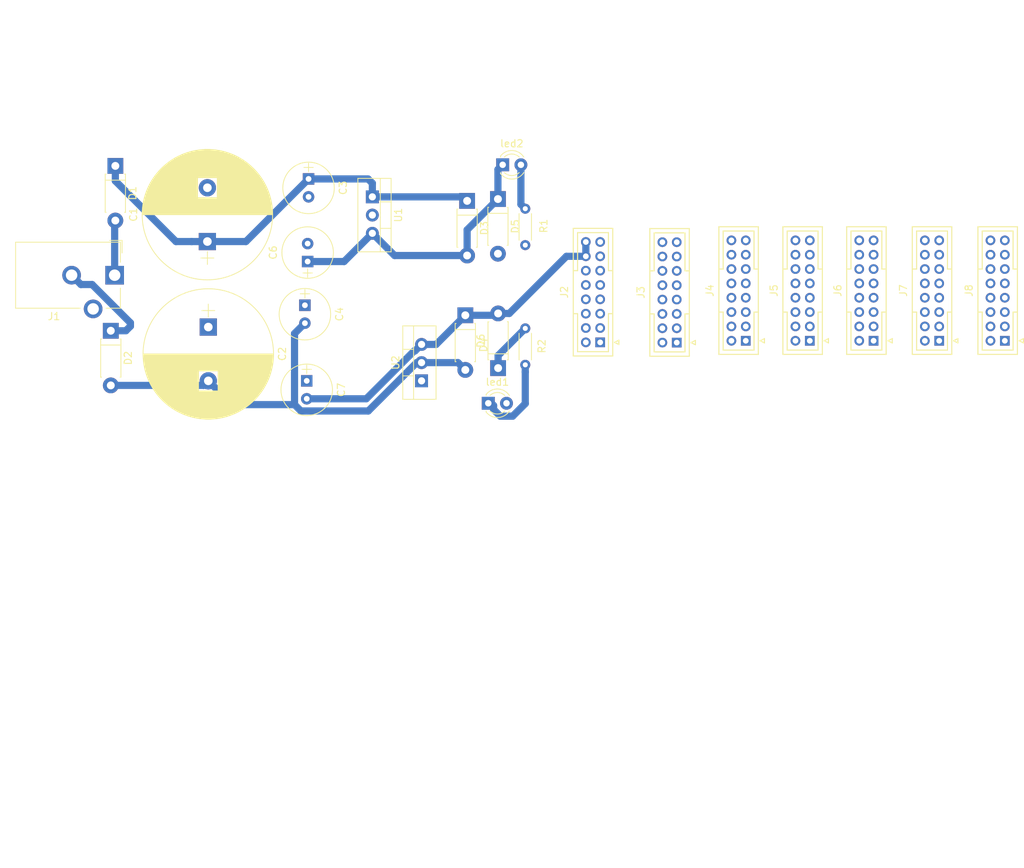
<source format=kicad_pcb>
(kicad_pcb (version 4) (host pcbnew 4.0.7-e2-6376~61~ubuntu18.04.1)

  (general
    (links 106)
    (no_connects 102)
    (area 38.90257 57.764392 162.98707 179.070001)
    (thickness 1.6)
    (drawings 2)
    (tracks 66)
    (zones 0)
    (modules 26)
    (nets 48)
  )

  (page A4)
  (layers
    (0 F.Cu signal)
    (31 B.Cu signal)
    (32 B.Adhes user)
    (33 F.Adhes user)
    (34 B.Paste user)
    (35 F.Paste user)
    (36 B.SilkS user)
    (37 F.SilkS user)
    (38 B.Mask user)
    (39 F.Mask user)
    (40 Dwgs.User user)
    (41 Cmts.User user)
    (42 Eco1.User user)
    (43 Eco2.User user hide)
    (44 Edge.Cuts user hide)
    (45 Margin user)
    (46 B.CrtYd user hide)
    (47 F.CrtYd user)
    (48 B.Fab user)
    (49 F.Fab user hide)
  )

  (setup
    (last_trace_width 1)
    (trace_clearance 0.4)
    (zone_clearance 0.508)
    (zone_45_only no)
    (trace_min 0.2)
    (segment_width 0.2)
    (edge_width 0.1)
    (via_size 0.6)
    (via_drill 0.4)
    (via_min_size 0.4)
    (via_min_drill 0.3)
    (uvia_size 0.45)
    (uvia_drill 0.2)
    (uvias_allowed no)
    (uvia_min_size 0.2)
    (uvia_min_drill 0.1)
    (pcb_text_width 0.3)
    (pcb_text_size 1.5 1.5)
    (mod_edge_width 0.15)
    (mod_text_size 1 1)
    (mod_text_width 0.15)
    (pad_size 1.5 1.5)
    (pad_drill 0.6)
    (pad_to_mask_clearance 0)
    (aux_axis_origin 0 0)
    (visible_elements FFFFFF7F)
    (pcbplotparams
      (layerselection 0x00030_80000001)
      (usegerberextensions false)
      (excludeedgelayer true)
      (linewidth 0.100000)
      (plotframeref false)
      (viasonmask false)
      (mode 1)
      (useauxorigin false)
      (hpglpennumber 1)
      (hpglpenspeed 20)
      (hpglpendiameter 15)
      (hpglpenoverlay 2)
      (psnegative false)
      (psa4output false)
      (plotreference true)
      (plotvalue true)
      (plotinvisibletext false)
      (padsonsilk false)
      (subtractmaskfromsilk false)
      (outputformat 1)
      (mirror false)
      (drillshape 1)
      (scaleselection 1)
      (outputdirectory ""))
  )

  (net 0 "")
  (net 1 GND)
  (net 2 "Net-(D1-Pad2)")
  (net 3 "Net-(J2-Pad1)")
  (net 4 "Net-(J2-Pad3)")
  (net 5 "Net-(J2-Pad5)")
  (net 6 "Net-(J2-Pad8)")
  (net 7 "Net-(J2-Pad10)")
  (net 8 "Net-(J3-Pad8)")
  (net 9 "Net-(J3-Pad10)")
  (net 10 "Net-(J4-Pad8)")
  (net 11 "Net-(R2-Pad2)")
  (net 12 "Net-(R1-Pad1)")
  (net 13 +12L)
  (net 14 +12P)
  (net 15 +12C)
  (net 16 "Net-(D2-Pad1)")
  (net 17 "Net-(J5-Pad2)")
  (net 18 "Net-(J5-Pad4)")
  (net 19 "Net-(J5-Pad6)")
  (net 20 "Net-(J5-Pad8)")
  (net 21 "Net-(J5-Pad10)")
  (net 22 "Net-(J5-Pad16)")
  (net 23 "Net-(J6-Pad2)")
  (net 24 "Net-(J6-Pad4)")
  (net 25 "Net-(J6-Pad6)")
  (net 26 "Net-(J6-Pad8)")
  (net 27 "Net-(J6-Pad10)")
  (net 28 "Net-(J6-Pad12)")
  (net 29 "Net-(J6-Pad14)")
  (net 30 "Net-(J6-Pad16)")
  (net 31 "Net-(J7-Pad2)")
  (net 32 "Net-(J7-Pad4)")
  (net 33 "Net-(J7-Pad6)")
  (net 34 "Net-(J7-Pad8)")
  (net 35 "Net-(J7-Pad10)")
  (net 36 "Net-(J7-Pad12)")
  (net 37 "Net-(J7-Pad14)")
  (net 38 "Net-(J7-Pad16)")
  (net 39 "Net-(J8-Pad2)")
  (net 40 "Net-(J8-Pad4)")
  (net 41 "Net-(J8-Pad6)")
  (net 42 "Net-(J8-Pad7)")
  (net 43 "Net-(J8-Pad8)")
  (net 44 "Net-(J8-Pad10)")
  (net 45 "Net-(J8-Pad12)")
  (net 46 "Net-(J8-Pad14)")
  (net 47 "Net-(J8-Pad16)")

  (net_class Default "This is the default net class."
    (clearance 0.4)
    (trace_width 1)
    (via_dia 0.6)
    (via_drill 0.4)
    (uvia_dia 0.45)
    (uvia_drill 0.2)
    (add_net +12C)
    (add_net +12L)
    (add_net +12P)
    (add_net GND)
    (add_net "Net-(D1-Pad2)")
    (add_net "Net-(D2-Pad1)")
    (add_net "Net-(J2-Pad1)")
    (add_net "Net-(J2-Pad10)")
    (add_net "Net-(J2-Pad3)")
    (add_net "Net-(J2-Pad5)")
    (add_net "Net-(J2-Pad8)")
    (add_net "Net-(J3-Pad10)")
    (add_net "Net-(J3-Pad8)")
    (add_net "Net-(J4-Pad8)")
    (add_net "Net-(J5-Pad10)")
    (add_net "Net-(J5-Pad16)")
    (add_net "Net-(J5-Pad2)")
    (add_net "Net-(J5-Pad4)")
    (add_net "Net-(J5-Pad6)")
    (add_net "Net-(J5-Pad8)")
    (add_net "Net-(J6-Pad10)")
    (add_net "Net-(J6-Pad12)")
    (add_net "Net-(J6-Pad14)")
    (add_net "Net-(J6-Pad16)")
    (add_net "Net-(J6-Pad2)")
    (add_net "Net-(J6-Pad4)")
    (add_net "Net-(J6-Pad6)")
    (add_net "Net-(J6-Pad8)")
    (add_net "Net-(J7-Pad10)")
    (add_net "Net-(J7-Pad12)")
    (add_net "Net-(J7-Pad14)")
    (add_net "Net-(J7-Pad16)")
    (add_net "Net-(J7-Pad2)")
    (add_net "Net-(J7-Pad4)")
    (add_net "Net-(J7-Pad6)")
    (add_net "Net-(J7-Pad8)")
    (add_net "Net-(J8-Pad10)")
    (add_net "Net-(J8-Pad12)")
    (add_net "Net-(J8-Pad14)")
    (add_net "Net-(J8-Pad16)")
    (add_net "Net-(J8-Pad2)")
    (add_net "Net-(J8-Pad4)")
    (add_net "Net-(J8-Pad6)")
    (add_net "Net-(J8-Pad7)")
    (add_net "Net-(J8-Pad8)")
    (add_net "Net-(R1-Pad1)")
    (add_net "Net-(R2-Pad2)")
  )

  (module Capacitors_THT:CP_Radial_D18.0mm_P7.50mm (layer F.Cu) (tedit 597BC7C2) (tstamp 5B4A6C3D)
    (at 67.691 91.828 90)
    (descr "CP, Radial series, Radial, pin pitch=7.50mm, , diameter=18mm, Electrolytic Capacitor")
    (tags "CP Radial series Radial pin pitch 7.50mm  diameter 18mm Electrolytic Capacitor")
    (path /5B37EB32)
    (fp_text reference C1 (at 3.75 -10.31 90) (layer F.SilkS)
      (effects (font (size 1 1) (thickness 0.15)))
    )
    (fp_text value 4700u/75V (at 3.75 10.31 90) (layer F.Fab)
      (effects (font (size 1 1) (thickness 0.15)))
    )
    (fp_circle (center 3.75 0) (end 12.75 0) (layer F.Fab) (width 0.1))
    (fp_circle (center 3.75 0) (end 12.84 0) (layer F.SilkS) (width 0.12))
    (fp_line (start -3.2 0) (end -1.4 0) (layer F.Fab) (width 0.1))
    (fp_line (start -2.3 -0.9) (end -2.3 0.9) (layer F.Fab) (width 0.1))
    (fp_line (start 3.75 -9.05) (end 3.75 9.05) (layer F.SilkS) (width 0.12))
    (fp_line (start 3.79 -9.05) (end 3.79 9.05) (layer F.SilkS) (width 0.12))
    (fp_line (start 3.83 -9.05) (end 3.83 9.05) (layer F.SilkS) (width 0.12))
    (fp_line (start 3.87 -9.05) (end 3.87 9.05) (layer F.SilkS) (width 0.12))
    (fp_line (start 3.91 -9.049) (end 3.91 9.049) (layer F.SilkS) (width 0.12))
    (fp_line (start 3.95 -9.048) (end 3.95 9.048) (layer F.SilkS) (width 0.12))
    (fp_line (start 3.99 -9.047) (end 3.99 9.047) (layer F.SilkS) (width 0.12))
    (fp_line (start 4.03 -9.046) (end 4.03 9.046) (layer F.SilkS) (width 0.12))
    (fp_line (start 4.07 -9.045) (end 4.07 9.045) (layer F.SilkS) (width 0.12))
    (fp_line (start 4.11 -9.043) (end 4.11 9.043) (layer F.SilkS) (width 0.12))
    (fp_line (start 4.15 -9.042) (end 4.15 9.042) (layer F.SilkS) (width 0.12))
    (fp_line (start 4.19 -9.04) (end 4.19 9.04) (layer F.SilkS) (width 0.12))
    (fp_line (start 4.23 -9.038) (end 4.23 9.038) (layer F.SilkS) (width 0.12))
    (fp_line (start 4.27 -9.036) (end 4.27 9.036) (layer F.SilkS) (width 0.12))
    (fp_line (start 4.31 -9.033) (end 4.31 9.033) (layer F.SilkS) (width 0.12))
    (fp_line (start 4.35 -9.031) (end 4.35 9.031) (layer F.SilkS) (width 0.12))
    (fp_line (start 4.39 -9.028) (end 4.39 9.028) (layer F.SilkS) (width 0.12))
    (fp_line (start 4.43 -9.025) (end 4.43 9.025) (layer F.SilkS) (width 0.12))
    (fp_line (start 4.471 -9.022) (end 4.471 9.022) (layer F.SilkS) (width 0.12))
    (fp_line (start 4.511 -9.019) (end 4.511 9.019) (layer F.SilkS) (width 0.12))
    (fp_line (start 4.551 -9.015) (end 4.551 9.015) (layer F.SilkS) (width 0.12))
    (fp_line (start 4.591 -9.012) (end 4.591 9.012) (layer F.SilkS) (width 0.12))
    (fp_line (start 4.631 -9.008) (end 4.631 9.008) (layer F.SilkS) (width 0.12))
    (fp_line (start 4.671 -9.004) (end 4.671 9.004) (layer F.SilkS) (width 0.12))
    (fp_line (start 4.711 -9) (end 4.711 9) (layer F.SilkS) (width 0.12))
    (fp_line (start 4.751 -8.995) (end 4.751 8.995) (layer F.SilkS) (width 0.12))
    (fp_line (start 4.791 -8.991) (end 4.791 8.991) (layer F.SilkS) (width 0.12))
    (fp_line (start 4.831 -8.986) (end 4.831 8.986) (layer F.SilkS) (width 0.12))
    (fp_line (start 4.871 -8.981) (end 4.871 8.981) (layer F.SilkS) (width 0.12))
    (fp_line (start 4.911 -8.976) (end 4.911 8.976) (layer F.SilkS) (width 0.12))
    (fp_line (start 4.951 -8.971) (end 4.951 8.971) (layer F.SilkS) (width 0.12))
    (fp_line (start 4.991 -8.966) (end 4.991 8.966) (layer F.SilkS) (width 0.12))
    (fp_line (start 5.031 -8.96) (end 5.031 8.96) (layer F.SilkS) (width 0.12))
    (fp_line (start 5.071 -8.954) (end 5.071 8.954) (layer F.SilkS) (width 0.12))
    (fp_line (start 5.111 -8.948) (end 5.111 8.948) (layer F.SilkS) (width 0.12))
    (fp_line (start 5.151 -8.942) (end 5.151 8.942) (layer F.SilkS) (width 0.12))
    (fp_line (start 5.191 -8.936) (end 5.191 8.936) (layer F.SilkS) (width 0.12))
    (fp_line (start 5.231 -8.929) (end 5.231 8.929) (layer F.SilkS) (width 0.12))
    (fp_line (start 5.271 -8.923) (end 5.271 8.923) (layer F.SilkS) (width 0.12))
    (fp_line (start 5.311 -8.916) (end 5.311 8.916) (layer F.SilkS) (width 0.12))
    (fp_line (start 5.351 -8.909) (end 5.351 8.909) (layer F.SilkS) (width 0.12))
    (fp_line (start 5.391 -8.901) (end 5.391 8.901) (layer F.SilkS) (width 0.12))
    (fp_line (start 5.431 -8.894) (end 5.431 8.894) (layer F.SilkS) (width 0.12))
    (fp_line (start 5.471 -8.886) (end 5.471 8.886) (layer F.SilkS) (width 0.12))
    (fp_line (start 5.511 -8.878) (end 5.511 8.878) (layer F.SilkS) (width 0.12))
    (fp_line (start 5.551 -8.87) (end 5.551 8.87) (layer F.SilkS) (width 0.12))
    (fp_line (start 5.591 -8.862) (end 5.591 8.862) (layer F.SilkS) (width 0.12))
    (fp_line (start 5.631 -8.854) (end 5.631 8.854) (layer F.SilkS) (width 0.12))
    (fp_line (start 5.671 -8.845) (end 5.671 8.845) (layer F.SilkS) (width 0.12))
    (fp_line (start 5.711 -8.837) (end 5.711 8.837) (layer F.SilkS) (width 0.12))
    (fp_line (start 5.751 -8.828) (end 5.751 8.828) (layer F.SilkS) (width 0.12))
    (fp_line (start 5.791 -8.819) (end 5.791 8.819) (layer F.SilkS) (width 0.12))
    (fp_line (start 5.831 -8.809) (end 5.831 8.809) (layer F.SilkS) (width 0.12))
    (fp_line (start 5.871 -8.8) (end 5.871 8.8) (layer F.SilkS) (width 0.12))
    (fp_line (start 5.911 -8.79) (end 5.911 8.79) (layer F.SilkS) (width 0.12))
    (fp_line (start 5.951 -8.78) (end 5.951 8.78) (layer F.SilkS) (width 0.12))
    (fp_line (start 5.991 -8.77) (end 5.991 8.77) (layer F.SilkS) (width 0.12))
    (fp_line (start 6.031 -8.76) (end 6.031 8.76) (layer F.SilkS) (width 0.12))
    (fp_line (start 6.071 -8.749) (end 6.071 8.749) (layer F.SilkS) (width 0.12))
    (fp_line (start 6.111 -8.739) (end 6.111 8.739) (layer F.SilkS) (width 0.12))
    (fp_line (start 6.151 -8.728) (end 6.151 -1.38) (layer F.SilkS) (width 0.12))
    (fp_line (start 6.151 1.38) (end 6.151 8.728) (layer F.SilkS) (width 0.12))
    (fp_line (start 6.191 -8.717) (end 6.191 -1.38) (layer F.SilkS) (width 0.12))
    (fp_line (start 6.191 1.38) (end 6.191 8.717) (layer F.SilkS) (width 0.12))
    (fp_line (start 6.231 -8.706) (end 6.231 -1.38) (layer F.SilkS) (width 0.12))
    (fp_line (start 6.231 1.38) (end 6.231 8.706) (layer F.SilkS) (width 0.12))
    (fp_line (start 6.271 -8.694) (end 6.271 -1.38) (layer F.SilkS) (width 0.12))
    (fp_line (start 6.271 1.38) (end 6.271 8.694) (layer F.SilkS) (width 0.12))
    (fp_line (start 6.311 -8.683) (end 6.311 -1.38) (layer F.SilkS) (width 0.12))
    (fp_line (start 6.311 1.38) (end 6.311 8.683) (layer F.SilkS) (width 0.12))
    (fp_line (start 6.351 -8.671) (end 6.351 -1.38) (layer F.SilkS) (width 0.12))
    (fp_line (start 6.351 1.38) (end 6.351 8.671) (layer F.SilkS) (width 0.12))
    (fp_line (start 6.391 -8.659) (end 6.391 -1.38) (layer F.SilkS) (width 0.12))
    (fp_line (start 6.391 1.38) (end 6.391 8.659) (layer F.SilkS) (width 0.12))
    (fp_line (start 6.431 -8.646) (end 6.431 -1.38) (layer F.SilkS) (width 0.12))
    (fp_line (start 6.431 1.38) (end 6.431 8.646) (layer F.SilkS) (width 0.12))
    (fp_line (start 6.471 -8.634) (end 6.471 -1.38) (layer F.SilkS) (width 0.12))
    (fp_line (start 6.471 1.38) (end 6.471 8.634) (layer F.SilkS) (width 0.12))
    (fp_line (start 6.511 -8.621) (end 6.511 -1.38) (layer F.SilkS) (width 0.12))
    (fp_line (start 6.511 1.38) (end 6.511 8.621) (layer F.SilkS) (width 0.12))
    (fp_line (start 6.551 -8.609) (end 6.551 -1.38) (layer F.SilkS) (width 0.12))
    (fp_line (start 6.551 1.38) (end 6.551 8.609) (layer F.SilkS) (width 0.12))
    (fp_line (start 6.591 -8.595) (end 6.591 -1.38) (layer F.SilkS) (width 0.12))
    (fp_line (start 6.591 1.38) (end 6.591 8.595) (layer F.SilkS) (width 0.12))
    (fp_line (start 6.631 -8.582) (end 6.631 -1.38) (layer F.SilkS) (width 0.12))
    (fp_line (start 6.631 1.38) (end 6.631 8.582) (layer F.SilkS) (width 0.12))
    (fp_line (start 6.671 -8.569) (end 6.671 -1.38) (layer F.SilkS) (width 0.12))
    (fp_line (start 6.671 1.38) (end 6.671 8.569) (layer F.SilkS) (width 0.12))
    (fp_line (start 6.711 -8.555) (end 6.711 -1.38) (layer F.SilkS) (width 0.12))
    (fp_line (start 6.711 1.38) (end 6.711 8.555) (layer F.SilkS) (width 0.12))
    (fp_line (start 6.751 -8.541) (end 6.751 -1.38) (layer F.SilkS) (width 0.12))
    (fp_line (start 6.751 1.38) (end 6.751 8.541) (layer F.SilkS) (width 0.12))
    (fp_line (start 6.791 -8.527) (end 6.791 -1.38) (layer F.SilkS) (width 0.12))
    (fp_line (start 6.791 1.38) (end 6.791 8.527) (layer F.SilkS) (width 0.12))
    (fp_line (start 6.831 -8.513) (end 6.831 -1.38) (layer F.SilkS) (width 0.12))
    (fp_line (start 6.831 1.38) (end 6.831 8.513) (layer F.SilkS) (width 0.12))
    (fp_line (start 6.871 -8.498) (end 6.871 -1.38) (layer F.SilkS) (width 0.12))
    (fp_line (start 6.871 1.38) (end 6.871 8.498) (layer F.SilkS) (width 0.12))
    (fp_line (start 6.911 -8.484) (end 6.911 -1.38) (layer F.SilkS) (width 0.12))
    (fp_line (start 6.911 1.38) (end 6.911 8.484) (layer F.SilkS) (width 0.12))
    (fp_line (start 6.951 -8.469) (end 6.951 -1.38) (layer F.SilkS) (width 0.12))
    (fp_line (start 6.951 1.38) (end 6.951 8.469) (layer F.SilkS) (width 0.12))
    (fp_line (start 6.991 -8.453) (end 6.991 -1.38) (layer F.SilkS) (width 0.12))
    (fp_line (start 6.991 1.38) (end 6.991 8.453) (layer F.SilkS) (width 0.12))
    (fp_line (start 7.031 -8.438) (end 7.031 -1.38) (layer F.SilkS) (width 0.12))
    (fp_line (start 7.031 1.38) (end 7.031 8.438) (layer F.SilkS) (width 0.12))
    (fp_line (start 7.071 -8.423) (end 7.071 -1.38) (layer F.SilkS) (width 0.12))
    (fp_line (start 7.071 1.38) (end 7.071 8.423) (layer F.SilkS) (width 0.12))
    (fp_line (start 7.111 -8.407) (end 7.111 -1.38) (layer F.SilkS) (width 0.12))
    (fp_line (start 7.111 1.38) (end 7.111 8.407) (layer F.SilkS) (width 0.12))
    (fp_line (start 7.151 -8.391) (end 7.151 -1.38) (layer F.SilkS) (width 0.12))
    (fp_line (start 7.151 1.38) (end 7.151 8.391) (layer F.SilkS) (width 0.12))
    (fp_line (start 7.191 -8.374) (end 7.191 -1.38) (layer F.SilkS) (width 0.12))
    (fp_line (start 7.191 1.38) (end 7.191 8.374) (layer F.SilkS) (width 0.12))
    (fp_line (start 7.231 -8.358) (end 7.231 -1.38) (layer F.SilkS) (width 0.12))
    (fp_line (start 7.231 1.38) (end 7.231 8.358) (layer F.SilkS) (width 0.12))
    (fp_line (start 7.271 -8.341) (end 7.271 -1.38) (layer F.SilkS) (width 0.12))
    (fp_line (start 7.271 1.38) (end 7.271 8.341) (layer F.SilkS) (width 0.12))
    (fp_line (start 7.311 -8.324) (end 7.311 -1.38) (layer F.SilkS) (width 0.12))
    (fp_line (start 7.311 1.38) (end 7.311 8.324) (layer F.SilkS) (width 0.12))
    (fp_line (start 7.351 -8.307) (end 7.351 -1.38) (layer F.SilkS) (width 0.12))
    (fp_line (start 7.351 1.38) (end 7.351 8.307) (layer F.SilkS) (width 0.12))
    (fp_line (start 7.391 -8.29) (end 7.391 -1.38) (layer F.SilkS) (width 0.12))
    (fp_line (start 7.391 1.38) (end 7.391 8.29) (layer F.SilkS) (width 0.12))
    (fp_line (start 7.431 -8.272) (end 7.431 -1.38) (layer F.SilkS) (width 0.12))
    (fp_line (start 7.431 1.38) (end 7.431 8.272) (layer F.SilkS) (width 0.12))
    (fp_line (start 7.471 -8.254) (end 7.471 -1.38) (layer F.SilkS) (width 0.12))
    (fp_line (start 7.471 1.38) (end 7.471 8.254) (layer F.SilkS) (width 0.12))
    (fp_line (start 7.511 -8.236) (end 7.511 -1.38) (layer F.SilkS) (width 0.12))
    (fp_line (start 7.511 1.38) (end 7.511 8.236) (layer F.SilkS) (width 0.12))
    (fp_line (start 7.551 -8.218) (end 7.551 -1.38) (layer F.SilkS) (width 0.12))
    (fp_line (start 7.551 1.38) (end 7.551 8.218) (layer F.SilkS) (width 0.12))
    (fp_line (start 7.591 -8.2) (end 7.591 -1.38) (layer F.SilkS) (width 0.12))
    (fp_line (start 7.591 1.38) (end 7.591 8.2) (layer F.SilkS) (width 0.12))
    (fp_line (start 7.631 -8.181) (end 7.631 -1.38) (layer F.SilkS) (width 0.12))
    (fp_line (start 7.631 1.38) (end 7.631 8.181) (layer F.SilkS) (width 0.12))
    (fp_line (start 7.671 -8.162) (end 7.671 -1.38) (layer F.SilkS) (width 0.12))
    (fp_line (start 7.671 1.38) (end 7.671 8.162) (layer F.SilkS) (width 0.12))
    (fp_line (start 7.711 -8.143) (end 7.711 -1.38) (layer F.SilkS) (width 0.12))
    (fp_line (start 7.711 1.38) (end 7.711 8.143) (layer F.SilkS) (width 0.12))
    (fp_line (start 7.751 -8.123) (end 7.751 -1.38) (layer F.SilkS) (width 0.12))
    (fp_line (start 7.751 1.38) (end 7.751 8.123) (layer F.SilkS) (width 0.12))
    (fp_line (start 7.791 -8.103) (end 7.791 -1.38) (layer F.SilkS) (width 0.12))
    (fp_line (start 7.791 1.38) (end 7.791 8.103) (layer F.SilkS) (width 0.12))
    (fp_line (start 7.831 -8.083) (end 7.831 -1.38) (layer F.SilkS) (width 0.12))
    (fp_line (start 7.831 1.38) (end 7.831 8.083) (layer F.SilkS) (width 0.12))
    (fp_line (start 7.871 -8.063) (end 7.871 -1.38) (layer F.SilkS) (width 0.12))
    (fp_line (start 7.871 1.38) (end 7.871 8.063) (layer F.SilkS) (width 0.12))
    (fp_line (start 7.911 -8.043) (end 7.911 -1.38) (layer F.SilkS) (width 0.12))
    (fp_line (start 7.911 1.38) (end 7.911 8.043) (layer F.SilkS) (width 0.12))
    (fp_line (start 7.951 -8.022) (end 7.951 -1.38) (layer F.SilkS) (width 0.12))
    (fp_line (start 7.951 1.38) (end 7.951 8.022) (layer F.SilkS) (width 0.12))
    (fp_line (start 7.991 -8.001) (end 7.991 -1.38) (layer F.SilkS) (width 0.12))
    (fp_line (start 7.991 1.38) (end 7.991 8.001) (layer F.SilkS) (width 0.12))
    (fp_line (start 8.031 -7.98) (end 8.031 -1.38) (layer F.SilkS) (width 0.12))
    (fp_line (start 8.031 1.38) (end 8.031 7.98) (layer F.SilkS) (width 0.12))
    (fp_line (start 8.071 -7.958) (end 8.071 -1.38) (layer F.SilkS) (width 0.12))
    (fp_line (start 8.071 1.38) (end 8.071 7.958) (layer F.SilkS) (width 0.12))
    (fp_line (start 8.111 -7.937) (end 8.111 -1.38) (layer F.SilkS) (width 0.12))
    (fp_line (start 8.111 1.38) (end 8.111 7.937) (layer F.SilkS) (width 0.12))
    (fp_line (start 8.151 -7.915) (end 8.151 -1.38) (layer F.SilkS) (width 0.12))
    (fp_line (start 8.151 1.38) (end 8.151 7.915) (layer F.SilkS) (width 0.12))
    (fp_line (start 8.191 -7.892) (end 8.191 -1.38) (layer F.SilkS) (width 0.12))
    (fp_line (start 8.191 1.38) (end 8.191 7.892) (layer F.SilkS) (width 0.12))
    (fp_line (start 8.231 -7.87) (end 8.231 -1.38) (layer F.SilkS) (width 0.12))
    (fp_line (start 8.231 1.38) (end 8.231 7.87) (layer F.SilkS) (width 0.12))
    (fp_line (start 8.271 -7.847) (end 8.271 -1.38) (layer F.SilkS) (width 0.12))
    (fp_line (start 8.271 1.38) (end 8.271 7.847) (layer F.SilkS) (width 0.12))
    (fp_line (start 8.311 -7.824) (end 8.311 -1.38) (layer F.SilkS) (width 0.12))
    (fp_line (start 8.311 1.38) (end 8.311 7.824) (layer F.SilkS) (width 0.12))
    (fp_line (start 8.351 -7.801) (end 8.351 -1.38) (layer F.SilkS) (width 0.12))
    (fp_line (start 8.351 1.38) (end 8.351 7.801) (layer F.SilkS) (width 0.12))
    (fp_line (start 8.391 -7.777) (end 8.391 -1.38) (layer F.SilkS) (width 0.12))
    (fp_line (start 8.391 1.38) (end 8.391 7.777) (layer F.SilkS) (width 0.12))
    (fp_line (start 8.431 -7.753) (end 8.431 -1.38) (layer F.SilkS) (width 0.12))
    (fp_line (start 8.431 1.38) (end 8.431 7.753) (layer F.SilkS) (width 0.12))
    (fp_line (start 8.471 -7.729) (end 8.471 -1.38) (layer F.SilkS) (width 0.12))
    (fp_line (start 8.471 1.38) (end 8.471 7.729) (layer F.SilkS) (width 0.12))
    (fp_line (start 8.511 -7.705) (end 8.511 -1.38) (layer F.SilkS) (width 0.12))
    (fp_line (start 8.511 1.38) (end 8.511 7.705) (layer F.SilkS) (width 0.12))
    (fp_line (start 8.551 -7.68) (end 8.551 -1.38) (layer F.SilkS) (width 0.12))
    (fp_line (start 8.551 1.38) (end 8.551 7.68) (layer F.SilkS) (width 0.12))
    (fp_line (start 8.591 -7.655) (end 8.591 -1.38) (layer F.SilkS) (width 0.12))
    (fp_line (start 8.591 1.38) (end 8.591 7.655) (layer F.SilkS) (width 0.12))
    (fp_line (start 8.631 -7.63) (end 8.631 -1.38) (layer F.SilkS) (width 0.12))
    (fp_line (start 8.631 1.38) (end 8.631 7.63) (layer F.SilkS) (width 0.12))
    (fp_line (start 8.671 -7.604) (end 8.671 -1.38) (layer F.SilkS) (width 0.12))
    (fp_line (start 8.671 1.38) (end 8.671 7.604) (layer F.SilkS) (width 0.12))
    (fp_line (start 8.711 -7.578) (end 8.711 -1.38) (layer F.SilkS) (width 0.12))
    (fp_line (start 8.711 1.38) (end 8.711 7.578) (layer F.SilkS) (width 0.12))
    (fp_line (start 8.751 -7.552) (end 8.751 -1.38) (layer F.SilkS) (width 0.12))
    (fp_line (start 8.751 1.38) (end 8.751 7.552) (layer F.SilkS) (width 0.12))
    (fp_line (start 8.791 -7.525) (end 8.791 -1.38) (layer F.SilkS) (width 0.12))
    (fp_line (start 8.791 1.38) (end 8.791 7.525) (layer F.SilkS) (width 0.12))
    (fp_line (start 8.831 -7.499) (end 8.831 -1.38) (layer F.SilkS) (width 0.12))
    (fp_line (start 8.831 1.38) (end 8.831 7.499) (layer F.SilkS) (width 0.12))
    (fp_line (start 8.871 -7.471) (end 8.871 -1.38) (layer F.SilkS) (width 0.12))
    (fp_line (start 8.871 1.38) (end 8.871 7.471) (layer F.SilkS) (width 0.12))
    (fp_line (start 8.911 -7.444) (end 8.911 7.444) (layer F.SilkS) (width 0.12))
    (fp_line (start 8.951 -7.416) (end 8.951 7.416) (layer F.SilkS) (width 0.12))
    (fp_line (start 8.991 -7.388) (end 8.991 7.388) (layer F.SilkS) (width 0.12))
    (fp_line (start 9.031 -7.36) (end 9.031 7.36) (layer F.SilkS) (width 0.12))
    (fp_line (start 9.071 -7.331) (end 9.071 7.331) (layer F.SilkS) (width 0.12))
    (fp_line (start 9.111 -7.302) (end 9.111 7.302) (layer F.SilkS) (width 0.12))
    (fp_line (start 9.151 -7.273) (end 9.151 7.273) (layer F.SilkS) (width 0.12))
    (fp_line (start 9.191 -7.243) (end 9.191 7.243) (layer F.SilkS) (width 0.12))
    (fp_line (start 9.231 -7.213) (end 9.231 7.213) (layer F.SilkS) (width 0.12))
    (fp_line (start 9.271 -7.183) (end 9.271 7.183) (layer F.SilkS) (width 0.12))
    (fp_line (start 9.311 -7.152) (end 9.311 7.152) (layer F.SilkS) (width 0.12))
    (fp_line (start 9.351 -7.121) (end 9.351 7.121) (layer F.SilkS) (width 0.12))
    (fp_line (start 9.391 -7.089) (end 9.391 7.089) (layer F.SilkS) (width 0.12))
    (fp_line (start 9.431 -7.057) (end 9.431 7.057) (layer F.SilkS) (width 0.12))
    (fp_line (start 9.471 -7.025) (end 9.471 7.025) (layer F.SilkS) (width 0.12))
    (fp_line (start 9.511 -6.993) (end 9.511 6.993) (layer F.SilkS) (width 0.12))
    (fp_line (start 9.551 -6.96) (end 9.551 6.96) (layer F.SilkS) (width 0.12))
    (fp_line (start 9.591 -6.926) (end 9.591 6.926) (layer F.SilkS) (width 0.12))
    (fp_line (start 9.631 -6.893) (end 9.631 6.893) (layer F.SilkS) (width 0.12))
    (fp_line (start 9.671 -6.858) (end 9.671 6.858) (layer F.SilkS) (width 0.12))
    (fp_line (start 9.711 -6.824) (end 9.711 6.824) (layer F.SilkS) (width 0.12))
    (fp_line (start 9.751 -6.789) (end 9.751 6.789) (layer F.SilkS) (width 0.12))
    (fp_line (start 9.791 -6.754) (end 9.791 6.754) (layer F.SilkS) (width 0.12))
    (fp_line (start 9.831 -6.718) (end 9.831 6.718) (layer F.SilkS) (width 0.12))
    (fp_line (start 9.871 -6.682) (end 9.871 6.682) (layer F.SilkS) (width 0.12))
    (fp_line (start 9.911 -6.645) (end 9.911 6.645) (layer F.SilkS) (width 0.12))
    (fp_line (start 9.951 -6.608) (end 9.951 6.608) (layer F.SilkS) (width 0.12))
    (fp_line (start 9.991 -6.57) (end 9.991 6.57) (layer F.SilkS) (width 0.12))
    (fp_line (start 10.031 -6.532) (end 10.031 6.532) (layer F.SilkS) (width 0.12))
    (fp_line (start 10.071 -6.494) (end 10.071 6.494) (layer F.SilkS) (width 0.12))
    (fp_line (start 10.111 -6.455) (end 10.111 6.455) (layer F.SilkS) (width 0.12))
    (fp_line (start 10.151 -6.416) (end 10.151 6.416) (layer F.SilkS) (width 0.12))
    (fp_line (start 10.191 -6.376) (end 10.191 6.376) (layer F.SilkS) (width 0.12))
    (fp_line (start 10.231 -6.335) (end 10.231 6.335) (layer F.SilkS) (width 0.12))
    (fp_line (start 10.271 -6.294) (end 10.271 6.294) (layer F.SilkS) (width 0.12))
    (fp_line (start 10.311 -6.253) (end 10.311 6.253) (layer F.SilkS) (width 0.12))
    (fp_line (start 10.351 -6.211) (end 10.351 6.211) (layer F.SilkS) (width 0.12))
    (fp_line (start 10.391 -6.168) (end 10.391 6.168) (layer F.SilkS) (width 0.12))
    (fp_line (start 10.431 -6.125) (end 10.431 6.125) (layer F.SilkS) (width 0.12))
    (fp_line (start 10.471 -6.082) (end 10.471 6.082) (layer F.SilkS) (width 0.12))
    (fp_line (start 10.511 -6.038) (end 10.511 6.038) (layer F.SilkS) (width 0.12))
    (fp_line (start 10.551 -5.993) (end 10.551 5.993) (layer F.SilkS) (width 0.12))
    (fp_line (start 10.591 -5.947) (end 10.591 5.947) (layer F.SilkS) (width 0.12))
    (fp_line (start 10.631 -5.901) (end 10.631 5.901) (layer F.SilkS) (width 0.12))
    (fp_line (start 10.671 -5.855) (end 10.671 5.855) (layer F.SilkS) (width 0.12))
    (fp_line (start 10.711 -5.807) (end 10.711 5.807) (layer F.SilkS) (width 0.12))
    (fp_line (start 10.751 -5.759) (end 10.751 5.759) (layer F.SilkS) (width 0.12))
    (fp_line (start 10.791 -5.711) (end 10.791 5.711) (layer F.SilkS) (width 0.12))
    (fp_line (start 10.831 -5.662) (end 10.831 5.662) (layer F.SilkS) (width 0.12))
    (fp_line (start 10.871 -5.611) (end 10.871 5.611) (layer F.SilkS) (width 0.12))
    (fp_line (start 10.911 -5.561) (end 10.911 5.561) (layer F.SilkS) (width 0.12))
    (fp_line (start 10.951 -5.509) (end 10.951 5.509) (layer F.SilkS) (width 0.12))
    (fp_line (start 10.991 -5.457) (end 10.991 5.457) (layer F.SilkS) (width 0.12))
    (fp_line (start 11.031 -5.404) (end 11.031 5.404) (layer F.SilkS) (width 0.12))
    (fp_line (start 11.071 -5.35) (end 11.071 5.35) (layer F.SilkS) (width 0.12))
    (fp_line (start 11.111 -5.295) (end 11.111 5.295) (layer F.SilkS) (width 0.12))
    (fp_line (start 11.151 -5.24) (end 11.151 5.24) (layer F.SilkS) (width 0.12))
    (fp_line (start 11.191 -5.183) (end 11.191 5.183) (layer F.SilkS) (width 0.12))
    (fp_line (start 11.231 -5.126) (end 11.231 5.126) (layer F.SilkS) (width 0.12))
    (fp_line (start 11.271 -5.067) (end 11.271 5.067) (layer F.SilkS) (width 0.12))
    (fp_line (start 11.311 -5.008) (end 11.311 5.008) (layer F.SilkS) (width 0.12))
    (fp_line (start 11.351 -4.947) (end 11.351 4.947) (layer F.SilkS) (width 0.12))
    (fp_line (start 11.391 -4.886) (end 11.391 4.886) (layer F.SilkS) (width 0.12))
    (fp_line (start 11.431 -4.823) (end 11.431 4.823) (layer F.SilkS) (width 0.12))
    (fp_line (start 11.471 -4.759) (end 11.471 4.759) (layer F.SilkS) (width 0.12))
    (fp_line (start 11.511 -4.694) (end 11.511 4.694) (layer F.SilkS) (width 0.12))
    (fp_line (start 11.551 -4.628) (end 11.551 4.628) (layer F.SilkS) (width 0.12))
    (fp_line (start 11.591 -4.561) (end 11.591 4.561) (layer F.SilkS) (width 0.12))
    (fp_line (start 11.631 -4.492) (end 11.631 4.492) (layer F.SilkS) (width 0.12))
    (fp_line (start 11.671 -4.422) (end 11.671 4.422) (layer F.SilkS) (width 0.12))
    (fp_line (start 11.711 -4.35) (end 11.711 4.35) (layer F.SilkS) (width 0.12))
    (fp_line (start 11.751 -4.277) (end 11.751 4.277) (layer F.SilkS) (width 0.12))
    (fp_line (start 11.791 -4.202) (end 11.791 4.202) (layer F.SilkS) (width 0.12))
    (fp_line (start 11.831 -4.125) (end 11.831 4.125) (layer F.SilkS) (width 0.12))
    (fp_line (start 11.871 -4.046) (end 11.871 4.046) (layer F.SilkS) (width 0.12))
    (fp_line (start 11.911 -3.966) (end 11.911 3.966) (layer F.SilkS) (width 0.12))
    (fp_line (start 11.95 -3.883) (end 11.95 3.883) (layer F.SilkS) (width 0.12))
    (fp_line (start 11.99 -3.799) (end 11.99 3.799) (layer F.SilkS) (width 0.12))
    (fp_line (start 12.03 -3.711) (end 12.03 3.711) (layer F.SilkS) (width 0.12))
    (fp_line (start 12.07 -3.622) (end 12.07 3.622) (layer F.SilkS) (width 0.12))
    (fp_line (start 12.11 -3.53) (end 12.11 3.53) (layer F.SilkS) (width 0.12))
    (fp_line (start 12.15 -3.434) (end 12.15 3.434) (layer F.SilkS) (width 0.12))
    (fp_line (start 12.19 -3.336) (end 12.19 3.336) (layer F.SilkS) (width 0.12))
    (fp_line (start 12.23 -3.234) (end 12.23 3.234) (layer F.SilkS) (width 0.12))
    (fp_line (start 12.27 -3.129) (end 12.27 3.129) (layer F.SilkS) (width 0.12))
    (fp_line (start 12.31 -3.019) (end 12.31 3.019) (layer F.SilkS) (width 0.12))
    (fp_line (start 12.35 -2.905) (end 12.35 2.905) (layer F.SilkS) (width 0.12))
    (fp_line (start 12.39 -2.785) (end 12.39 2.785) (layer F.SilkS) (width 0.12))
    (fp_line (start 12.43 -2.66) (end 12.43 2.66) (layer F.SilkS) (width 0.12))
    (fp_line (start 12.47 -2.528) (end 12.47 2.528) (layer F.SilkS) (width 0.12))
    (fp_line (start 12.51 -2.388) (end 12.51 2.388) (layer F.SilkS) (width 0.12))
    (fp_line (start 12.55 -2.238) (end 12.55 2.238) (layer F.SilkS) (width 0.12))
    (fp_line (start 12.59 -2.078) (end 12.59 2.078) (layer F.SilkS) (width 0.12))
    (fp_line (start 12.63 -1.903) (end 12.63 1.903) (layer F.SilkS) (width 0.12))
    (fp_line (start 12.67 -1.71) (end 12.67 1.71) (layer F.SilkS) (width 0.12))
    (fp_line (start 12.71 -1.492) (end 12.71 1.492) (layer F.SilkS) (width 0.12))
    (fp_line (start 12.75 -1.236) (end 12.75 1.236) (layer F.SilkS) (width 0.12))
    (fp_line (start 12.79 -0.913) (end 12.79 0.913) (layer F.SilkS) (width 0.12))
    (fp_line (start 12.83 -0.387) (end 12.83 0.387) (layer F.SilkS) (width 0.12))
    (fp_line (start -3.2 0) (end -1.4 0) (layer F.SilkS) (width 0.12))
    (fp_line (start -2.3 -0.9) (end -2.3 0.9) (layer F.SilkS) (width 0.12))
    (fp_line (start -5.6 -9.35) (end -5.6 9.35) (layer F.CrtYd) (width 0.05))
    (fp_line (start -5.6 9.35) (end 13.1 9.35) (layer F.CrtYd) (width 0.05))
    (fp_line (start 13.1 9.35) (end 13.1 -9.35) (layer F.CrtYd) (width 0.05))
    (fp_line (start 13.1 -9.35) (end -5.6 -9.35) (layer F.CrtYd) (width 0.05))
    (fp_text user %R (at 3.75 0 90) (layer F.Fab)
      (effects (font (size 1 1) (thickness 0.15)))
    )
    (pad 1 thru_hole rect (at 0 0 90) (size 2.4 2.4) (drill 1.2) (layers *.Cu *.Mask)
      (net 13 +12L))
    (pad 2 thru_hole circle (at 7.5 0 90) (size 2.4 2.4) (drill 1.2) (layers *.Cu *.Mask)
      (net 1 GND))
    (model ${KISYS3DMOD}/Capacitors_THT.3dshapes/CP_Radial_D18.0mm_P7.50mm.wrl
      (at (xyz 0 0 0))
      (scale (xyz 1 1 1))
      (rotate (xyz 0 0 0))
    )
  )

  (module Capacitors_THT:CP_Radial_D18.0mm_P7.50mm (layer F.Cu) (tedit 597BC7C2) (tstamp 5B4A6D77)
    (at 67.818 103.752 270)
    (descr "CP, Radial series, Radial, pin pitch=7.50mm, , diameter=18mm, Electrolytic Capacitor")
    (tags "CP Radial series Radial pin pitch 7.50mm  diameter 18mm Electrolytic Capacitor")
    (path /5B37E726)
    (fp_text reference C2 (at 3.75 -10.31 270) (layer F.SilkS)
      (effects (font (size 1 1) (thickness 0.15)))
    )
    (fp_text value 4700u/75V (at 3.75 10.31 270) (layer F.Fab)
      (effects (font (size 1 1) (thickness 0.15)))
    )
    (fp_circle (center 3.75 0) (end 12.75 0) (layer F.Fab) (width 0.1))
    (fp_circle (center 3.75 0) (end 12.84 0) (layer F.SilkS) (width 0.12))
    (fp_line (start -3.2 0) (end -1.4 0) (layer F.Fab) (width 0.1))
    (fp_line (start -2.3 -0.9) (end -2.3 0.9) (layer F.Fab) (width 0.1))
    (fp_line (start 3.75 -9.05) (end 3.75 9.05) (layer F.SilkS) (width 0.12))
    (fp_line (start 3.79 -9.05) (end 3.79 9.05) (layer F.SilkS) (width 0.12))
    (fp_line (start 3.83 -9.05) (end 3.83 9.05) (layer F.SilkS) (width 0.12))
    (fp_line (start 3.87 -9.05) (end 3.87 9.05) (layer F.SilkS) (width 0.12))
    (fp_line (start 3.91 -9.049) (end 3.91 9.049) (layer F.SilkS) (width 0.12))
    (fp_line (start 3.95 -9.048) (end 3.95 9.048) (layer F.SilkS) (width 0.12))
    (fp_line (start 3.99 -9.047) (end 3.99 9.047) (layer F.SilkS) (width 0.12))
    (fp_line (start 4.03 -9.046) (end 4.03 9.046) (layer F.SilkS) (width 0.12))
    (fp_line (start 4.07 -9.045) (end 4.07 9.045) (layer F.SilkS) (width 0.12))
    (fp_line (start 4.11 -9.043) (end 4.11 9.043) (layer F.SilkS) (width 0.12))
    (fp_line (start 4.15 -9.042) (end 4.15 9.042) (layer F.SilkS) (width 0.12))
    (fp_line (start 4.19 -9.04) (end 4.19 9.04) (layer F.SilkS) (width 0.12))
    (fp_line (start 4.23 -9.038) (end 4.23 9.038) (layer F.SilkS) (width 0.12))
    (fp_line (start 4.27 -9.036) (end 4.27 9.036) (layer F.SilkS) (width 0.12))
    (fp_line (start 4.31 -9.033) (end 4.31 9.033) (layer F.SilkS) (width 0.12))
    (fp_line (start 4.35 -9.031) (end 4.35 9.031) (layer F.SilkS) (width 0.12))
    (fp_line (start 4.39 -9.028) (end 4.39 9.028) (layer F.SilkS) (width 0.12))
    (fp_line (start 4.43 -9.025) (end 4.43 9.025) (layer F.SilkS) (width 0.12))
    (fp_line (start 4.471 -9.022) (end 4.471 9.022) (layer F.SilkS) (width 0.12))
    (fp_line (start 4.511 -9.019) (end 4.511 9.019) (layer F.SilkS) (width 0.12))
    (fp_line (start 4.551 -9.015) (end 4.551 9.015) (layer F.SilkS) (width 0.12))
    (fp_line (start 4.591 -9.012) (end 4.591 9.012) (layer F.SilkS) (width 0.12))
    (fp_line (start 4.631 -9.008) (end 4.631 9.008) (layer F.SilkS) (width 0.12))
    (fp_line (start 4.671 -9.004) (end 4.671 9.004) (layer F.SilkS) (width 0.12))
    (fp_line (start 4.711 -9) (end 4.711 9) (layer F.SilkS) (width 0.12))
    (fp_line (start 4.751 -8.995) (end 4.751 8.995) (layer F.SilkS) (width 0.12))
    (fp_line (start 4.791 -8.991) (end 4.791 8.991) (layer F.SilkS) (width 0.12))
    (fp_line (start 4.831 -8.986) (end 4.831 8.986) (layer F.SilkS) (width 0.12))
    (fp_line (start 4.871 -8.981) (end 4.871 8.981) (layer F.SilkS) (width 0.12))
    (fp_line (start 4.911 -8.976) (end 4.911 8.976) (layer F.SilkS) (width 0.12))
    (fp_line (start 4.951 -8.971) (end 4.951 8.971) (layer F.SilkS) (width 0.12))
    (fp_line (start 4.991 -8.966) (end 4.991 8.966) (layer F.SilkS) (width 0.12))
    (fp_line (start 5.031 -8.96) (end 5.031 8.96) (layer F.SilkS) (width 0.12))
    (fp_line (start 5.071 -8.954) (end 5.071 8.954) (layer F.SilkS) (width 0.12))
    (fp_line (start 5.111 -8.948) (end 5.111 8.948) (layer F.SilkS) (width 0.12))
    (fp_line (start 5.151 -8.942) (end 5.151 8.942) (layer F.SilkS) (width 0.12))
    (fp_line (start 5.191 -8.936) (end 5.191 8.936) (layer F.SilkS) (width 0.12))
    (fp_line (start 5.231 -8.929) (end 5.231 8.929) (layer F.SilkS) (width 0.12))
    (fp_line (start 5.271 -8.923) (end 5.271 8.923) (layer F.SilkS) (width 0.12))
    (fp_line (start 5.311 -8.916) (end 5.311 8.916) (layer F.SilkS) (width 0.12))
    (fp_line (start 5.351 -8.909) (end 5.351 8.909) (layer F.SilkS) (width 0.12))
    (fp_line (start 5.391 -8.901) (end 5.391 8.901) (layer F.SilkS) (width 0.12))
    (fp_line (start 5.431 -8.894) (end 5.431 8.894) (layer F.SilkS) (width 0.12))
    (fp_line (start 5.471 -8.886) (end 5.471 8.886) (layer F.SilkS) (width 0.12))
    (fp_line (start 5.511 -8.878) (end 5.511 8.878) (layer F.SilkS) (width 0.12))
    (fp_line (start 5.551 -8.87) (end 5.551 8.87) (layer F.SilkS) (width 0.12))
    (fp_line (start 5.591 -8.862) (end 5.591 8.862) (layer F.SilkS) (width 0.12))
    (fp_line (start 5.631 -8.854) (end 5.631 8.854) (layer F.SilkS) (width 0.12))
    (fp_line (start 5.671 -8.845) (end 5.671 8.845) (layer F.SilkS) (width 0.12))
    (fp_line (start 5.711 -8.837) (end 5.711 8.837) (layer F.SilkS) (width 0.12))
    (fp_line (start 5.751 -8.828) (end 5.751 8.828) (layer F.SilkS) (width 0.12))
    (fp_line (start 5.791 -8.819) (end 5.791 8.819) (layer F.SilkS) (width 0.12))
    (fp_line (start 5.831 -8.809) (end 5.831 8.809) (layer F.SilkS) (width 0.12))
    (fp_line (start 5.871 -8.8) (end 5.871 8.8) (layer F.SilkS) (width 0.12))
    (fp_line (start 5.911 -8.79) (end 5.911 8.79) (layer F.SilkS) (width 0.12))
    (fp_line (start 5.951 -8.78) (end 5.951 8.78) (layer F.SilkS) (width 0.12))
    (fp_line (start 5.991 -8.77) (end 5.991 8.77) (layer F.SilkS) (width 0.12))
    (fp_line (start 6.031 -8.76) (end 6.031 8.76) (layer F.SilkS) (width 0.12))
    (fp_line (start 6.071 -8.749) (end 6.071 8.749) (layer F.SilkS) (width 0.12))
    (fp_line (start 6.111 -8.739) (end 6.111 8.739) (layer F.SilkS) (width 0.12))
    (fp_line (start 6.151 -8.728) (end 6.151 -1.38) (layer F.SilkS) (width 0.12))
    (fp_line (start 6.151 1.38) (end 6.151 8.728) (layer F.SilkS) (width 0.12))
    (fp_line (start 6.191 -8.717) (end 6.191 -1.38) (layer F.SilkS) (width 0.12))
    (fp_line (start 6.191 1.38) (end 6.191 8.717) (layer F.SilkS) (width 0.12))
    (fp_line (start 6.231 -8.706) (end 6.231 -1.38) (layer F.SilkS) (width 0.12))
    (fp_line (start 6.231 1.38) (end 6.231 8.706) (layer F.SilkS) (width 0.12))
    (fp_line (start 6.271 -8.694) (end 6.271 -1.38) (layer F.SilkS) (width 0.12))
    (fp_line (start 6.271 1.38) (end 6.271 8.694) (layer F.SilkS) (width 0.12))
    (fp_line (start 6.311 -8.683) (end 6.311 -1.38) (layer F.SilkS) (width 0.12))
    (fp_line (start 6.311 1.38) (end 6.311 8.683) (layer F.SilkS) (width 0.12))
    (fp_line (start 6.351 -8.671) (end 6.351 -1.38) (layer F.SilkS) (width 0.12))
    (fp_line (start 6.351 1.38) (end 6.351 8.671) (layer F.SilkS) (width 0.12))
    (fp_line (start 6.391 -8.659) (end 6.391 -1.38) (layer F.SilkS) (width 0.12))
    (fp_line (start 6.391 1.38) (end 6.391 8.659) (layer F.SilkS) (width 0.12))
    (fp_line (start 6.431 -8.646) (end 6.431 -1.38) (layer F.SilkS) (width 0.12))
    (fp_line (start 6.431 1.38) (end 6.431 8.646) (layer F.SilkS) (width 0.12))
    (fp_line (start 6.471 -8.634) (end 6.471 -1.38) (layer F.SilkS) (width 0.12))
    (fp_line (start 6.471 1.38) (end 6.471 8.634) (layer F.SilkS) (width 0.12))
    (fp_line (start 6.511 -8.621) (end 6.511 -1.38) (layer F.SilkS) (width 0.12))
    (fp_line (start 6.511 1.38) (end 6.511 8.621) (layer F.SilkS) (width 0.12))
    (fp_line (start 6.551 -8.609) (end 6.551 -1.38) (layer F.SilkS) (width 0.12))
    (fp_line (start 6.551 1.38) (end 6.551 8.609) (layer F.SilkS) (width 0.12))
    (fp_line (start 6.591 -8.595) (end 6.591 -1.38) (layer F.SilkS) (width 0.12))
    (fp_line (start 6.591 1.38) (end 6.591 8.595) (layer F.SilkS) (width 0.12))
    (fp_line (start 6.631 -8.582) (end 6.631 -1.38) (layer F.SilkS) (width 0.12))
    (fp_line (start 6.631 1.38) (end 6.631 8.582) (layer F.SilkS) (width 0.12))
    (fp_line (start 6.671 -8.569) (end 6.671 -1.38) (layer F.SilkS) (width 0.12))
    (fp_line (start 6.671 1.38) (end 6.671 8.569) (layer F.SilkS) (width 0.12))
    (fp_line (start 6.711 -8.555) (end 6.711 -1.38) (layer F.SilkS) (width 0.12))
    (fp_line (start 6.711 1.38) (end 6.711 8.555) (layer F.SilkS) (width 0.12))
    (fp_line (start 6.751 -8.541) (end 6.751 -1.38) (layer F.SilkS) (width 0.12))
    (fp_line (start 6.751 1.38) (end 6.751 8.541) (layer F.SilkS) (width 0.12))
    (fp_line (start 6.791 -8.527) (end 6.791 -1.38) (layer F.SilkS) (width 0.12))
    (fp_line (start 6.791 1.38) (end 6.791 8.527) (layer F.SilkS) (width 0.12))
    (fp_line (start 6.831 -8.513) (end 6.831 -1.38) (layer F.SilkS) (width 0.12))
    (fp_line (start 6.831 1.38) (end 6.831 8.513) (layer F.SilkS) (width 0.12))
    (fp_line (start 6.871 -8.498) (end 6.871 -1.38) (layer F.SilkS) (width 0.12))
    (fp_line (start 6.871 1.38) (end 6.871 8.498) (layer F.SilkS) (width 0.12))
    (fp_line (start 6.911 -8.484) (end 6.911 -1.38) (layer F.SilkS) (width 0.12))
    (fp_line (start 6.911 1.38) (end 6.911 8.484) (layer F.SilkS) (width 0.12))
    (fp_line (start 6.951 -8.469) (end 6.951 -1.38) (layer F.SilkS) (width 0.12))
    (fp_line (start 6.951 1.38) (end 6.951 8.469) (layer F.SilkS) (width 0.12))
    (fp_line (start 6.991 -8.453) (end 6.991 -1.38) (layer F.SilkS) (width 0.12))
    (fp_line (start 6.991 1.38) (end 6.991 8.453) (layer F.SilkS) (width 0.12))
    (fp_line (start 7.031 -8.438) (end 7.031 -1.38) (layer F.SilkS) (width 0.12))
    (fp_line (start 7.031 1.38) (end 7.031 8.438) (layer F.SilkS) (width 0.12))
    (fp_line (start 7.071 -8.423) (end 7.071 -1.38) (layer F.SilkS) (width 0.12))
    (fp_line (start 7.071 1.38) (end 7.071 8.423) (layer F.SilkS) (width 0.12))
    (fp_line (start 7.111 -8.407) (end 7.111 -1.38) (layer F.SilkS) (width 0.12))
    (fp_line (start 7.111 1.38) (end 7.111 8.407) (layer F.SilkS) (width 0.12))
    (fp_line (start 7.151 -8.391) (end 7.151 -1.38) (layer F.SilkS) (width 0.12))
    (fp_line (start 7.151 1.38) (end 7.151 8.391) (layer F.SilkS) (width 0.12))
    (fp_line (start 7.191 -8.374) (end 7.191 -1.38) (layer F.SilkS) (width 0.12))
    (fp_line (start 7.191 1.38) (end 7.191 8.374) (layer F.SilkS) (width 0.12))
    (fp_line (start 7.231 -8.358) (end 7.231 -1.38) (layer F.SilkS) (width 0.12))
    (fp_line (start 7.231 1.38) (end 7.231 8.358) (layer F.SilkS) (width 0.12))
    (fp_line (start 7.271 -8.341) (end 7.271 -1.38) (layer F.SilkS) (width 0.12))
    (fp_line (start 7.271 1.38) (end 7.271 8.341) (layer F.SilkS) (width 0.12))
    (fp_line (start 7.311 -8.324) (end 7.311 -1.38) (layer F.SilkS) (width 0.12))
    (fp_line (start 7.311 1.38) (end 7.311 8.324) (layer F.SilkS) (width 0.12))
    (fp_line (start 7.351 -8.307) (end 7.351 -1.38) (layer F.SilkS) (width 0.12))
    (fp_line (start 7.351 1.38) (end 7.351 8.307) (layer F.SilkS) (width 0.12))
    (fp_line (start 7.391 -8.29) (end 7.391 -1.38) (layer F.SilkS) (width 0.12))
    (fp_line (start 7.391 1.38) (end 7.391 8.29) (layer F.SilkS) (width 0.12))
    (fp_line (start 7.431 -8.272) (end 7.431 -1.38) (layer F.SilkS) (width 0.12))
    (fp_line (start 7.431 1.38) (end 7.431 8.272) (layer F.SilkS) (width 0.12))
    (fp_line (start 7.471 -8.254) (end 7.471 -1.38) (layer F.SilkS) (width 0.12))
    (fp_line (start 7.471 1.38) (end 7.471 8.254) (layer F.SilkS) (width 0.12))
    (fp_line (start 7.511 -8.236) (end 7.511 -1.38) (layer F.SilkS) (width 0.12))
    (fp_line (start 7.511 1.38) (end 7.511 8.236) (layer F.SilkS) (width 0.12))
    (fp_line (start 7.551 -8.218) (end 7.551 -1.38) (layer F.SilkS) (width 0.12))
    (fp_line (start 7.551 1.38) (end 7.551 8.218) (layer F.SilkS) (width 0.12))
    (fp_line (start 7.591 -8.2) (end 7.591 -1.38) (layer F.SilkS) (width 0.12))
    (fp_line (start 7.591 1.38) (end 7.591 8.2) (layer F.SilkS) (width 0.12))
    (fp_line (start 7.631 -8.181) (end 7.631 -1.38) (layer F.SilkS) (width 0.12))
    (fp_line (start 7.631 1.38) (end 7.631 8.181) (layer F.SilkS) (width 0.12))
    (fp_line (start 7.671 -8.162) (end 7.671 -1.38) (layer F.SilkS) (width 0.12))
    (fp_line (start 7.671 1.38) (end 7.671 8.162) (layer F.SilkS) (width 0.12))
    (fp_line (start 7.711 -8.143) (end 7.711 -1.38) (layer F.SilkS) (width 0.12))
    (fp_line (start 7.711 1.38) (end 7.711 8.143) (layer F.SilkS) (width 0.12))
    (fp_line (start 7.751 -8.123) (end 7.751 -1.38) (layer F.SilkS) (width 0.12))
    (fp_line (start 7.751 1.38) (end 7.751 8.123) (layer F.SilkS) (width 0.12))
    (fp_line (start 7.791 -8.103) (end 7.791 -1.38) (layer F.SilkS) (width 0.12))
    (fp_line (start 7.791 1.38) (end 7.791 8.103) (layer F.SilkS) (width 0.12))
    (fp_line (start 7.831 -8.083) (end 7.831 -1.38) (layer F.SilkS) (width 0.12))
    (fp_line (start 7.831 1.38) (end 7.831 8.083) (layer F.SilkS) (width 0.12))
    (fp_line (start 7.871 -8.063) (end 7.871 -1.38) (layer F.SilkS) (width 0.12))
    (fp_line (start 7.871 1.38) (end 7.871 8.063) (layer F.SilkS) (width 0.12))
    (fp_line (start 7.911 -8.043) (end 7.911 -1.38) (layer F.SilkS) (width 0.12))
    (fp_line (start 7.911 1.38) (end 7.911 8.043) (layer F.SilkS) (width 0.12))
    (fp_line (start 7.951 -8.022) (end 7.951 -1.38) (layer F.SilkS) (width 0.12))
    (fp_line (start 7.951 1.38) (end 7.951 8.022) (layer F.SilkS) (width 0.12))
    (fp_line (start 7.991 -8.001) (end 7.991 -1.38) (layer F.SilkS) (width 0.12))
    (fp_line (start 7.991 1.38) (end 7.991 8.001) (layer F.SilkS) (width 0.12))
    (fp_line (start 8.031 -7.98) (end 8.031 -1.38) (layer F.SilkS) (width 0.12))
    (fp_line (start 8.031 1.38) (end 8.031 7.98) (layer F.SilkS) (width 0.12))
    (fp_line (start 8.071 -7.958) (end 8.071 -1.38) (layer F.SilkS) (width 0.12))
    (fp_line (start 8.071 1.38) (end 8.071 7.958) (layer F.SilkS) (width 0.12))
    (fp_line (start 8.111 -7.937) (end 8.111 -1.38) (layer F.SilkS) (width 0.12))
    (fp_line (start 8.111 1.38) (end 8.111 7.937) (layer F.SilkS) (width 0.12))
    (fp_line (start 8.151 -7.915) (end 8.151 -1.38) (layer F.SilkS) (width 0.12))
    (fp_line (start 8.151 1.38) (end 8.151 7.915) (layer F.SilkS) (width 0.12))
    (fp_line (start 8.191 -7.892) (end 8.191 -1.38) (layer F.SilkS) (width 0.12))
    (fp_line (start 8.191 1.38) (end 8.191 7.892) (layer F.SilkS) (width 0.12))
    (fp_line (start 8.231 -7.87) (end 8.231 -1.38) (layer F.SilkS) (width 0.12))
    (fp_line (start 8.231 1.38) (end 8.231 7.87) (layer F.SilkS) (width 0.12))
    (fp_line (start 8.271 -7.847) (end 8.271 -1.38) (layer F.SilkS) (width 0.12))
    (fp_line (start 8.271 1.38) (end 8.271 7.847) (layer F.SilkS) (width 0.12))
    (fp_line (start 8.311 -7.824) (end 8.311 -1.38) (layer F.SilkS) (width 0.12))
    (fp_line (start 8.311 1.38) (end 8.311 7.824) (layer F.SilkS) (width 0.12))
    (fp_line (start 8.351 -7.801) (end 8.351 -1.38) (layer F.SilkS) (width 0.12))
    (fp_line (start 8.351 1.38) (end 8.351 7.801) (layer F.SilkS) (width 0.12))
    (fp_line (start 8.391 -7.777) (end 8.391 -1.38) (layer F.SilkS) (width 0.12))
    (fp_line (start 8.391 1.38) (end 8.391 7.777) (layer F.SilkS) (width 0.12))
    (fp_line (start 8.431 -7.753) (end 8.431 -1.38) (layer F.SilkS) (width 0.12))
    (fp_line (start 8.431 1.38) (end 8.431 7.753) (layer F.SilkS) (width 0.12))
    (fp_line (start 8.471 -7.729) (end 8.471 -1.38) (layer F.SilkS) (width 0.12))
    (fp_line (start 8.471 1.38) (end 8.471 7.729) (layer F.SilkS) (width 0.12))
    (fp_line (start 8.511 -7.705) (end 8.511 -1.38) (layer F.SilkS) (width 0.12))
    (fp_line (start 8.511 1.38) (end 8.511 7.705) (layer F.SilkS) (width 0.12))
    (fp_line (start 8.551 -7.68) (end 8.551 -1.38) (layer F.SilkS) (width 0.12))
    (fp_line (start 8.551 1.38) (end 8.551 7.68) (layer F.SilkS) (width 0.12))
    (fp_line (start 8.591 -7.655) (end 8.591 -1.38) (layer F.SilkS) (width 0.12))
    (fp_line (start 8.591 1.38) (end 8.591 7.655) (layer F.SilkS) (width 0.12))
    (fp_line (start 8.631 -7.63) (end 8.631 -1.38) (layer F.SilkS) (width 0.12))
    (fp_line (start 8.631 1.38) (end 8.631 7.63) (layer F.SilkS) (width 0.12))
    (fp_line (start 8.671 -7.604) (end 8.671 -1.38) (layer F.SilkS) (width 0.12))
    (fp_line (start 8.671 1.38) (end 8.671 7.604) (layer F.SilkS) (width 0.12))
    (fp_line (start 8.711 -7.578) (end 8.711 -1.38) (layer F.SilkS) (width 0.12))
    (fp_line (start 8.711 1.38) (end 8.711 7.578) (layer F.SilkS) (width 0.12))
    (fp_line (start 8.751 -7.552) (end 8.751 -1.38) (layer F.SilkS) (width 0.12))
    (fp_line (start 8.751 1.38) (end 8.751 7.552) (layer F.SilkS) (width 0.12))
    (fp_line (start 8.791 -7.525) (end 8.791 -1.38) (layer F.SilkS) (width 0.12))
    (fp_line (start 8.791 1.38) (end 8.791 7.525) (layer F.SilkS) (width 0.12))
    (fp_line (start 8.831 -7.499) (end 8.831 -1.38) (layer F.SilkS) (width 0.12))
    (fp_line (start 8.831 1.38) (end 8.831 7.499) (layer F.SilkS) (width 0.12))
    (fp_line (start 8.871 -7.471) (end 8.871 -1.38) (layer F.SilkS) (width 0.12))
    (fp_line (start 8.871 1.38) (end 8.871 7.471) (layer F.SilkS) (width 0.12))
    (fp_line (start 8.911 -7.444) (end 8.911 7.444) (layer F.SilkS) (width 0.12))
    (fp_line (start 8.951 -7.416) (end 8.951 7.416) (layer F.SilkS) (width 0.12))
    (fp_line (start 8.991 -7.388) (end 8.991 7.388) (layer F.SilkS) (width 0.12))
    (fp_line (start 9.031 -7.36) (end 9.031 7.36) (layer F.SilkS) (width 0.12))
    (fp_line (start 9.071 -7.331) (end 9.071 7.331) (layer F.SilkS) (width 0.12))
    (fp_line (start 9.111 -7.302) (end 9.111 7.302) (layer F.SilkS) (width 0.12))
    (fp_line (start 9.151 -7.273) (end 9.151 7.273) (layer F.SilkS) (width 0.12))
    (fp_line (start 9.191 -7.243) (end 9.191 7.243) (layer F.SilkS) (width 0.12))
    (fp_line (start 9.231 -7.213) (end 9.231 7.213) (layer F.SilkS) (width 0.12))
    (fp_line (start 9.271 -7.183) (end 9.271 7.183) (layer F.SilkS) (width 0.12))
    (fp_line (start 9.311 -7.152) (end 9.311 7.152) (layer F.SilkS) (width 0.12))
    (fp_line (start 9.351 -7.121) (end 9.351 7.121) (layer F.SilkS) (width 0.12))
    (fp_line (start 9.391 -7.089) (end 9.391 7.089) (layer F.SilkS) (width 0.12))
    (fp_line (start 9.431 -7.057) (end 9.431 7.057) (layer F.SilkS) (width 0.12))
    (fp_line (start 9.471 -7.025) (end 9.471 7.025) (layer F.SilkS) (width 0.12))
    (fp_line (start 9.511 -6.993) (end 9.511 6.993) (layer F.SilkS) (width 0.12))
    (fp_line (start 9.551 -6.96) (end 9.551 6.96) (layer F.SilkS) (width 0.12))
    (fp_line (start 9.591 -6.926) (end 9.591 6.926) (layer F.SilkS) (width 0.12))
    (fp_line (start 9.631 -6.893) (end 9.631 6.893) (layer F.SilkS) (width 0.12))
    (fp_line (start 9.671 -6.858) (end 9.671 6.858) (layer F.SilkS) (width 0.12))
    (fp_line (start 9.711 -6.824) (end 9.711 6.824) (layer F.SilkS) (width 0.12))
    (fp_line (start 9.751 -6.789) (end 9.751 6.789) (layer F.SilkS) (width 0.12))
    (fp_line (start 9.791 -6.754) (end 9.791 6.754) (layer F.SilkS) (width 0.12))
    (fp_line (start 9.831 -6.718) (end 9.831 6.718) (layer F.SilkS) (width 0.12))
    (fp_line (start 9.871 -6.682) (end 9.871 6.682) (layer F.SilkS) (width 0.12))
    (fp_line (start 9.911 -6.645) (end 9.911 6.645) (layer F.SilkS) (width 0.12))
    (fp_line (start 9.951 -6.608) (end 9.951 6.608) (layer F.SilkS) (width 0.12))
    (fp_line (start 9.991 -6.57) (end 9.991 6.57) (layer F.SilkS) (width 0.12))
    (fp_line (start 10.031 -6.532) (end 10.031 6.532) (layer F.SilkS) (width 0.12))
    (fp_line (start 10.071 -6.494) (end 10.071 6.494) (layer F.SilkS) (width 0.12))
    (fp_line (start 10.111 -6.455) (end 10.111 6.455) (layer F.SilkS) (width 0.12))
    (fp_line (start 10.151 -6.416) (end 10.151 6.416) (layer F.SilkS) (width 0.12))
    (fp_line (start 10.191 -6.376) (end 10.191 6.376) (layer F.SilkS) (width 0.12))
    (fp_line (start 10.231 -6.335) (end 10.231 6.335) (layer F.SilkS) (width 0.12))
    (fp_line (start 10.271 -6.294) (end 10.271 6.294) (layer F.SilkS) (width 0.12))
    (fp_line (start 10.311 -6.253) (end 10.311 6.253) (layer F.SilkS) (width 0.12))
    (fp_line (start 10.351 -6.211) (end 10.351 6.211) (layer F.SilkS) (width 0.12))
    (fp_line (start 10.391 -6.168) (end 10.391 6.168) (layer F.SilkS) (width 0.12))
    (fp_line (start 10.431 -6.125) (end 10.431 6.125) (layer F.SilkS) (width 0.12))
    (fp_line (start 10.471 -6.082) (end 10.471 6.082) (layer F.SilkS) (width 0.12))
    (fp_line (start 10.511 -6.038) (end 10.511 6.038) (layer F.SilkS) (width 0.12))
    (fp_line (start 10.551 -5.993) (end 10.551 5.993) (layer F.SilkS) (width 0.12))
    (fp_line (start 10.591 -5.947) (end 10.591 5.947) (layer F.SilkS) (width 0.12))
    (fp_line (start 10.631 -5.901) (end 10.631 5.901) (layer F.SilkS) (width 0.12))
    (fp_line (start 10.671 -5.855) (end 10.671 5.855) (layer F.SilkS) (width 0.12))
    (fp_line (start 10.711 -5.807) (end 10.711 5.807) (layer F.SilkS) (width 0.12))
    (fp_line (start 10.751 -5.759) (end 10.751 5.759) (layer F.SilkS) (width 0.12))
    (fp_line (start 10.791 -5.711) (end 10.791 5.711) (layer F.SilkS) (width 0.12))
    (fp_line (start 10.831 -5.662) (end 10.831 5.662) (layer F.SilkS) (width 0.12))
    (fp_line (start 10.871 -5.611) (end 10.871 5.611) (layer F.SilkS) (width 0.12))
    (fp_line (start 10.911 -5.561) (end 10.911 5.561) (layer F.SilkS) (width 0.12))
    (fp_line (start 10.951 -5.509) (end 10.951 5.509) (layer F.SilkS) (width 0.12))
    (fp_line (start 10.991 -5.457) (end 10.991 5.457) (layer F.SilkS) (width 0.12))
    (fp_line (start 11.031 -5.404) (end 11.031 5.404) (layer F.SilkS) (width 0.12))
    (fp_line (start 11.071 -5.35) (end 11.071 5.35) (layer F.SilkS) (width 0.12))
    (fp_line (start 11.111 -5.295) (end 11.111 5.295) (layer F.SilkS) (width 0.12))
    (fp_line (start 11.151 -5.24) (end 11.151 5.24) (layer F.SilkS) (width 0.12))
    (fp_line (start 11.191 -5.183) (end 11.191 5.183) (layer F.SilkS) (width 0.12))
    (fp_line (start 11.231 -5.126) (end 11.231 5.126) (layer F.SilkS) (width 0.12))
    (fp_line (start 11.271 -5.067) (end 11.271 5.067) (layer F.SilkS) (width 0.12))
    (fp_line (start 11.311 -5.008) (end 11.311 5.008) (layer F.SilkS) (width 0.12))
    (fp_line (start 11.351 -4.947) (end 11.351 4.947) (layer F.SilkS) (width 0.12))
    (fp_line (start 11.391 -4.886) (end 11.391 4.886) (layer F.SilkS) (width 0.12))
    (fp_line (start 11.431 -4.823) (end 11.431 4.823) (layer F.SilkS) (width 0.12))
    (fp_line (start 11.471 -4.759) (end 11.471 4.759) (layer F.SilkS) (width 0.12))
    (fp_line (start 11.511 -4.694) (end 11.511 4.694) (layer F.SilkS) (width 0.12))
    (fp_line (start 11.551 -4.628) (end 11.551 4.628) (layer F.SilkS) (width 0.12))
    (fp_line (start 11.591 -4.561) (end 11.591 4.561) (layer F.SilkS) (width 0.12))
    (fp_line (start 11.631 -4.492) (end 11.631 4.492) (layer F.SilkS) (width 0.12))
    (fp_line (start 11.671 -4.422) (end 11.671 4.422) (layer F.SilkS) (width 0.12))
    (fp_line (start 11.711 -4.35) (end 11.711 4.35) (layer F.SilkS) (width 0.12))
    (fp_line (start 11.751 -4.277) (end 11.751 4.277) (layer F.SilkS) (width 0.12))
    (fp_line (start 11.791 -4.202) (end 11.791 4.202) (layer F.SilkS) (width 0.12))
    (fp_line (start 11.831 -4.125) (end 11.831 4.125) (layer F.SilkS) (width 0.12))
    (fp_line (start 11.871 -4.046) (end 11.871 4.046) (layer F.SilkS) (width 0.12))
    (fp_line (start 11.911 -3.966) (end 11.911 3.966) (layer F.SilkS) (width 0.12))
    (fp_line (start 11.95 -3.883) (end 11.95 3.883) (layer F.SilkS) (width 0.12))
    (fp_line (start 11.99 -3.799) (end 11.99 3.799) (layer F.SilkS) (width 0.12))
    (fp_line (start 12.03 -3.711) (end 12.03 3.711) (layer F.SilkS) (width 0.12))
    (fp_line (start 12.07 -3.622) (end 12.07 3.622) (layer F.SilkS) (width 0.12))
    (fp_line (start 12.11 -3.53) (end 12.11 3.53) (layer F.SilkS) (width 0.12))
    (fp_line (start 12.15 -3.434) (end 12.15 3.434) (layer F.SilkS) (width 0.12))
    (fp_line (start 12.19 -3.336) (end 12.19 3.336) (layer F.SilkS) (width 0.12))
    (fp_line (start 12.23 -3.234) (end 12.23 3.234) (layer F.SilkS) (width 0.12))
    (fp_line (start 12.27 -3.129) (end 12.27 3.129) (layer F.SilkS) (width 0.12))
    (fp_line (start 12.31 -3.019) (end 12.31 3.019) (layer F.SilkS) (width 0.12))
    (fp_line (start 12.35 -2.905) (end 12.35 2.905) (layer F.SilkS) (width 0.12))
    (fp_line (start 12.39 -2.785) (end 12.39 2.785) (layer F.SilkS) (width 0.12))
    (fp_line (start 12.43 -2.66) (end 12.43 2.66) (layer F.SilkS) (width 0.12))
    (fp_line (start 12.47 -2.528) (end 12.47 2.528) (layer F.SilkS) (width 0.12))
    (fp_line (start 12.51 -2.388) (end 12.51 2.388) (layer F.SilkS) (width 0.12))
    (fp_line (start 12.55 -2.238) (end 12.55 2.238) (layer F.SilkS) (width 0.12))
    (fp_line (start 12.59 -2.078) (end 12.59 2.078) (layer F.SilkS) (width 0.12))
    (fp_line (start 12.63 -1.903) (end 12.63 1.903) (layer F.SilkS) (width 0.12))
    (fp_line (start 12.67 -1.71) (end 12.67 1.71) (layer F.SilkS) (width 0.12))
    (fp_line (start 12.71 -1.492) (end 12.71 1.492) (layer F.SilkS) (width 0.12))
    (fp_line (start 12.75 -1.236) (end 12.75 1.236) (layer F.SilkS) (width 0.12))
    (fp_line (start 12.79 -0.913) (end 12.79 0.913) (layer F.SilkS) (width 0.12))
    (fp_line (start 12.83 -0.387) (end 12.83 0.387) (layer F.SilkS) (width 0.12))
    (fp_line (start -3.2 0) (end -1.4 0) (layer F.SilkS) (width 0.12))
    (fp_line (start -2.3 -0.9) (end -2.3 0.9) (layer F.SilkS) (width 0.12))
    (fp_line (start -5.6 -9.35) (end -5.6 9.35) (layer F.CrtYd) (width 0.05))
    (fp_line (start -5.6 9.35) (end 13.1 9.35) (layer F.CrtYd) (width 0.05))
    (fp_line (start 13.1 9.35) (end 13.1 -9.35) (layer F.CrtYd) (width 0.05))
    (fp_line (start 13.1 -9.35) (end -5.6 -9.35) (layer F.CrtYd) (width 0.05))
    (fp_text user %R (at 3.75 0 270) (layer F.Fab)
      (effects (font (size 1 1) (thickness 0.15)))
    )
    (pad 1 thru_hole rect (at 0 0 270) (size 2.4 2.4) (drill 1.2) (layers *.Cu *.Mask)
      (net 1 GND))
    (pad 2 thru_hole circle (at 7.5 0 270) (size 2.4 2.4) (drill 1.2) (layers *.Cu *.Mask)
      (net 13 +12L))
    (model ${KISYS3DMOD}/Capacitors_THT.3dshapes/CP_Radial_D18.0mm_P7.50mm.wrl
      (at (xyz 0 0 0))
      (scale (xyz 1 1 1))
      (rotate (xyz 0 0 0))
    )
  )

  (module Capacitors_THT:CP_Radial_Tantal_D7.0mm_P2.50mm (layer F.Cu) (tedit 597C781B) (tstamp 5B4A6D88)
    (at 81.788 83.098 270)
    (descr "CP, Radial_Tantal series, Radial, pin pitch=2.50mm, , diameter=7.0mm, Tantal Electrolytic Capacitor, http://cdn-reichelt.de/documents/datenblatt/B300/TANTAL-TB-Serie%23.pdf")
    (tags "CP Radial_Tantal series Radial pin pitch 2.50mm  diameter 7.0mm Tantal Electrolytic Capacitor")
    (path /5B38073B)
    (fp_text reference C3 (at 1.25 -4.81 270) (layer F.SilkS)
      (effects (font (size 1 1) (thickness 0.15)))
    )
    (fp_text value "1u TAN" (at 1.25 4.81 270) (layer F.Fab)
      (effects (font (size 1 1) (thickness 0.15)))
    )
    (fp_circle (center 1.25 0) (end 4.75 0) (layer F.Fab) (width 0.1))
    (fp_circle (center 1.25 0) (end 4.84 0) (layer F.SilkS) (width 0.12))
    (fp_line (start -2.2 0) (end -1 0) (layer F.Fab) (width 0.1))
    (fp_line (start -1.6 -0.65) (end -1.6 0.65) (layer F.Fab) (width 0.1))
    (fp_line (start -2.2 0) (end -1 0) (layer F.SilkS) (width 0.12))
    (fp_line (start -1.6 -0.65) (end -1.6 0.65) (layer F.SilkS) (width 0.12))
    (fp_line (start -2.6 -3.85) (end -2.6 3.85) (layer F.CrtYd) (width 0.05))
    (fp_line (start -2.6 3.85) (end 5.1 3.85) (layer F.CrtYd) (width 0.05))
    (fp_line (start 5.1 3.85) (end 5.1 -3.85) (layer F.CrtYd) (width 0.05))
    (fp_line (start 5.1 -3.85) (end -2.6 -3.85) (layer F.CrtYd) (width 0.05))
    (fp_text user %R (at 1.25 0 270) (layer F.Fab)
      (effects (font (size 1 1) (thickness 0.15)))
    )
    (pad 1 thru_hole rect (at 0 0 270) (size 1.6 1.6) (drill 0.8) (layers *.Cu *.Mask)
      (net 13 +12L))
    (pad 2 thru_hole circle (at 2.5 0 270) (size 1.6 1.6) (drill 0.8) (layers *.Cu *.Mask)
      (net 1 GND))
    (model ${KISYS3DMOD}/Capacitors_THT.3dshapes/CP_Radial_Tantal_D7.0mm_P2.50mm.wrl
      (at (xyz 0 0 0))
      (scale (xyz 1 1 1))
      (rotate (xyz 0 0 0))
    )
  )

  (module Capacitors_THT:CP_Radial_Tantal_D7.0mm_P2.50mm (layer F.Cu) (tedit 597C781B) (tstamp 5B4A6D99)
    (at 81.28 100.711 270)
    (descr "CP, Radial_Tantal series, Radial, pin pitch=2.50mm, , diameter=7.0mm, Tantal Electrolytic Capacitor, http://cdn-reichelt.de/documents/datenblatt/B300/TANTAL-TB-Serie%23.pdf")
    (tags "CP Radial_Tantal series Radial pin pitch 2.50mm  diameter 7.0mm Tantal Electrolytic Capacitor")
    (path /5B380DE6)
    (fp_text reference C4 (at 1.25 -4.81 270) (layer F.SilkS)
      (effects (font (size 1 1) (thickness 0.15)))
    )
    (fp_text value "1u TAN" (at 1.25 4.81 270) (layer F.Fab)
      (effects (font (size 1 1) (thickness 0.15)))
    )
    (fp_circle (center 1.25 0) (end 4.75 0) (layer F.Fab) (width 0.1))
    (fp_circle (center 1.25 0) (end 4.84 0) (layer F.SilkS) (width 0.12))
    (fp_line (start -2.2 0) (end -1 0) (layer F.Fab) (width 0.1))
    (fp_line (start -1.6 -0.65) (end -1.6 0.65) (layer F.Fab) (width 0.1))
    (fp_line (start -2.2 0) (end -1 0) (layer F.SilkS) (width 0.12))
    (fp_line (start -1.6 -0.65) (end -1.6 0.65) (layer F.SilkS) (width 0.12))
    (fp_line (start -2.6 -3.85) (end -2.6 3.85) (layer F.CrtYd) (width 0.05))
    (fp_line (start -2.6 3.85) (end 5.1 3.85) (layer F.CrtYd) (width 0.05))
    (fp_line (start 5.1 3.85) (end 5.1 -3.85) (layer F.CrtYd) (width 0.05))
    (fp_line (start 5.1 -3.85) (end -2.6 -3.85) (layer F.CrtYd) (width 0.05))
    (fp_text user %R (at 1.25 0 270) (layer F.Fab)
      (effects (font (size 1 1) (thickness 0.15)))
    )
    (pad 1 thru_hole rect (at 0 0 270) (size 1.6 1.6) (drill 0.8) (layers *.Cu *.Mask)
      (net 1 GND))
    (pad 2 thru_hole circle (at 2.5 0 270) (size 1.6 1.6) (drill 0.8) (layers *.Cu *.Mask)
      (net 13 +12L))
    (model ${KISYS3DMOD}/Capacitors_THT.3dshapes/CP_Radial_Tantal_D7.0mm_P2.50mm.wrl
      (at (xyz 0 0 0))
      (scale (xyz 1 1 1))
      (rotate (xyz 0 0 0))
    )
  )

  (module Capacitors_THT:CP_Radial_Tantal_D7.0mm_P2.50mm (layer F.Cu) (tedit 597C781B) (tstamp 5B4A6DAA)
    (at 81.661 94.615 90)
    (descr "CP, Radial_Tantal series, Radial, pin pitch=2.50mm, , diameter=7.0mm, Tantal Electrolytic Capacitor, http://cdn-reichelt.de/documents/datenblatt/B300/TANTAL-TB-Serie%23.pdf")
    (tags "CP Radial_Tantal series Radial pin pitch 2.50mm  diameter 7.0mm Tantal Electrolytic Capacitor")
    (path /5B381A9D)
    (fp_text reference C6 (at 1.25 -4.81 90) (layer F.SilkS)
      (effects (font (size 1 1) (thickness 0.15)))
    )
    (fp_text value "1u TAN" (at 1.25 4.81 90) (layer F.Fab)
      (effects (font (size 1 1) (thickness 0.15)))
    )
    (fp_circle (center 1.25 0) (end 4.75 0) (layer F.Fab) (width 0.1))
    (fp_circle (center 1.25 0) (end 4.84 0) (layer F.SilkS) (width 0.12))
    (fp_line (start -2.2 0) (end -1 0) (layer F.Fab) (width 0.1))
    (fp_line (start -1.6 -0.65) (end -1.6 0.65) (layer F.Fab) (width 0.1))
    (fp_line (start -2.2 0) (end -1 0) (layer F.SilkS) (width 0.12))
    (fp_line (start -1.6 -0.65) (end -1.6 0.65) (layer F.SilkS) (width 0.12))
    (fp_line (start -2.6 -3.85) (end -2.6 3.85) (layer F.CrtYd) (width 0.05))
    (fp_line (start -2.6 3.85) (end 5.1 3.85) (layer F.CrtYd) (width 0.05))
    (fp_line (start 5.1 3.85) (end 5.1 -3.85) (layer F.CrtYd) (width 0.05))
    (fp_line (start 5.1 -3.85) (end -2.6 -3.85) (layer F.CrtYd) (width 0.05))
    (fp_text user %R (at 1.25 0 90) (layer F.Fab)
      (effects (font (size 1 1) (thickness 0.15)))
    )
    (pad 1 thru_hole rect (at 0 0 90) (size 1.6 1.6) (drill 0.8) (layers *.Cu *.Mask)
      (net 14 +12P))
    (pad 2 thru_hole circle (at 2.5 0 90) (size 1.6 1.6) (drill 0.8) (layers *.Cu *.Mask)
      (net 1 GND))
    (model ${KISYS3DMOD}/Capacitors_THT.3dshapes/CP_Radial_Tantal_D7.0mm_P2.50mm.wrl
      (at (xyz 0 0 0))
      (scale (xyz 1 1 1))
      (rotate (xyz 0 0 0))
    )
  )

  (module Capacitors_THT:CP_Radial_Tantal_D7.0mm_P2.50mm (layer F.Cu) (tedit 597C781B) (tstamp 5B4A6DBB)
    (at 81.534 111.252 270)
    (descr "CP, Radial_Tantal series, Radial, pin pitch=2.50mm, , diameter=7.0mm, Tantal Electrolytic Capacitor, http://cdn-reichelt.de/documents/datenblatt/B300/TANTAL-TB-Serie%23.pdf")
    (tags "CP Radial_Tantal series Radial pin pitch 2.50mm  diameter 7.0mm Tantal Electrolytic Capacitor")
    (path /5B3819A9)
    (fp_text reference C7 (at 1.25 -4.81 270) (layer F.SilkS)
      (effects (font (size 1 1) (thickness 0.15)))
    )
    (fp_text value "1u TAN" (at 1.25 4.81 270) (layer F.Fab)
      (effects (font (size 1 1) (thickness 0.15)))
    )
    (fp_circle (center 1.25 0) (end 4.75 0) (layer F.Fab) (width 0.1))
    (fp_circle (center 1.25 0) (end 4.84 0) (layer F.SilkS) (width 0.12))
    (fp_line (start -2.2 0) (end -1 0) (layer F.Fab) (width 0.1))
    (fp_line (start -1.6 -0.65) (end -1.6 0.65) (layer F.Fab) (width 0.1))
    (fp_line (start -2.2 0) (end -1 0) (layer F.SilkS) (width 0.12))
    (fp_line (start -1.6 -0.65) (end -1.6 0.65) (layer F.SilkS) (width 0.12))
    (fp_line (start -2.6 -3.85) (end -2.6 3.85) (layer F.CrtYd) (width 0.05))
    (fp_line (start -2.6 3.85) (end 5.1 3.85) (layer F.CrtYd) (width 0.05))
    (fp_line (start 5.1 3.85) (end 5.1 -3.85) (layer F.CrtYd) (width 0.05))
    (fp_line (start 5.1 -3.85) (end -2.6 -3.85) (layer F.CrtYd) (width 0.05))
    (fp_text user %R (at 1.25 0 270) (layer F.Fab)
      (effects (font (size 1 1) (thickness 0.15)))
    )
    (pad 1 thru_hole rect (at 0 0 270) (size 1.6 1.6) (drill 0.8) (layers *.Cu *.Mask)
      (net 1 GND))
    (pad 2 thru_hole circle (at 2.5 0 270) (size 1.6 1.6) (drill 0.8) (layers *.Cu *.Mask)
      (net 15 +12C))
    (model ${KISYS3DMOD}/Capacitors_THT.3dshapes/CP_Radial_Tantal_D7.0mm_P2.50mm.wrl
      (at (xyz 0 0 0))
      (scale (xyz 1 1 1))
      (rotate (xyz 0 0 0))
    )
  )

  (module Diodes_THT:D_DO-41_SOD81_P7.62mm_Horizontal (layer F.Cu) (tedit 5921392F) (tstamp 5B4A6DD4)
    (at 54.864 81.28 270)
    (descr "D, DO-41_SOD81 series, Axial, Horizontal, pin pitch=7.62mm, , length*diameter=5.2*2.7mm^2, , http://www.diodes.com/_files/packages/DO-41%20(Plastic).pdf")
    (tags "D DO-41_SOD81 series Axial Horizontal pin pitch 7.62mm  length 5.2mm diameter 2.7mm")
    (path /5B37B66B)
    (fp_text reference D1 (at 3.81 -2.41 270) (layer F.SilkS)
      (effects (font (size 1 1) (thickness 0.15)))
    )
    (fp_text value D (at 3.81 2.41 270) (layer F.Fab)
      (effects (font (size 1 1) (thickness 0.15)))
    )
    (fp_text user %R (at 4.191 -0.127 270) (layer F.Fab)
      (effects (font (size 1 1) (thickness 0.15)))
    )
    (fp_line (start 1.21 -1.35) (end 1.21 1.35) (layer F.Fab) (width 0.1))
    (fp_line (start 1.21 1.35) (end 6.41 1.35) (layer F.Fab) (width 0.1))
    (fp_line (start 6.41 1.35) (end 6.41 -1.35) (layer F.Fab) (width 0.1))
    (fp_line (start 6.41 -1.35) (end 1.21 -1.35) (layer F.Fab) (width 0.1))
    (fp_line (start 0 0) (end 1.21 0) (layer F.Fab) (width 0.1))
    (fp_line (start 7.62 0) (end 6.41 0) (layer F.Fab) (width 0.1))
    (fp_line (start 1.99 -1.35) (end 1.99 1.35) (layer F.Fab) (width 0.1))
    (fp_line (start 1.15 -1.28) (end 1.15 -1.41) (layer F.SilkS) (width 0.12))
    (fp_line (start 1.15 -1.41) (end 6.47 -1.41) (layer F.SilkS) (width 0.12))
    (fp_line (start 6.47 -1.41) (end 6.47 -1.28) (layer F.SilkS) (width 0.12))
    (fp_line (start 1.15 1.28) (end 1.15 1.41) (layer F.SilkS) (width 0.12))
    (fp_line (start 1.15 1.41) (end 6.47 1.41) (layer F.SilkS) (width 0.12))
    (fp_line (start 6.47 1.41) (end 6.47 1.28) (layer F.SilkS) (width 0.12))
    (fp_line (start 1.99 -1.41) (end 1.99 1.41) (layer F.SilkS) (width 0.12))
    (fp_line (start -1.35 -1.7) (end -1.35 1.7) (layer F.CrtYd) (width 0.05))
    (fp_line (start -1.35 1.7) (end 9 1.7) (layer F.CrtYd) (width 0.05))
    (fp_line (start 9 1.7) (end 9 -1.7) (layer F.CrtYd) (width 0.05))
    (fp_line (start 9 -1.7) (end -1.35 -1.7) (layer F.CrtYd) (width 0.05))
    (pad 1 thru_hole rect (at 0 0 270) (size 2.2 2.2) (drill 1.1) (layers *.Cu *.Mask)
      (net 13 +12L))
    (pad 2 thru_hole oval (at 7.62 0 270) (size 2.2 2.2) (drill 1.1) (layers *.Cu *.Mask)
      (net 2 "Net-(D1-Pad2)"))
    (model ${KISYS3DMOD}/Diodes_THT.3dshapes/D_DO-41_SOD81_P7.62mm_Horizontal.wrl
      (at (xyz 0 0 0))
      (scale (xyz 0.393701 0.393701 0.393701))
      (rotate (xyz 0 0 0))
    )
  )

  (module Diodes_THT:D_DO-41_SOD81_P7.62mm_Horizontal (layer F.Cu) (tedit 5921392F) (tstamp 5B4A6DED)
    (at 54.229 104.267 270)
    (descr "D, DO-41_SOD81 series, Axial, Horizontal, pin pitch=7.62mm, , length*diameter=5.2*2.7mm^2, , http://www.diodes.com/_files/packages/DO-41%20(Plastic).pdf")
    (tags "D DO-41_SOD81 series Axial Horizontal pin pitch 7.62mm  length 5.2mm diameter 2.7mm")
    (path /5B380E98)
    (fp_text reference D2 (at 3.81 -2.41 270) (layer F.SilkS)
      (effects (font (size 1 1) (thickness 0.15)))
    )
    (fp_text value D (at 3.81 2.41 270) (layer F.Fab)
      (effects (font (size 1 1) (thickness 0.15)))
    )
    (fp_text user %R (at 3.81 -0.127 270) (layer F.Fab)
      (effects (font (size 1 1) (thickness 0.15)))
    )
    (fp_line (start 1.21 -1.35) (end 1.21 1.35) (layer F.Fab) (width 0.1))
    (fp_line (start 1.21 1.35) (end 6.41 1.35) (layer F.Fab) (width 0.1))
    (fp_line (start 6.41 1.35) (end 6.41 -1.35) (layer F.Fab) (width 0.1))
    (fp_line (start 6.41 -1.35) (end 1.21 -1.35) (layer F.Fab) (width 0.1))
    (fp_line (start 0 0) (end 1.21 0) (layer F.Fab) (width 0.1))
    (fp_line (start 7.62 0) (end 6.41 0) (layer F.Fab) (width 0.1))
    (fp_line (start 1.99 -1.35) (end 1.99 1.35) (layer F.Fab) (width 0.1))
    (fp_line (start 1.15 -1.28) (end 1.15 -1.41) (layer F.SilkS) (width 0.12))
    (fp_line (start 1.15 -1.41) (end 6.47 -1.41) (layer F.SilkS) (width 0.12))
    (fp_line (start 6.47 -1.41) (end 6.47 -1.28) (layer F.SilkS) (width 0.12))
    (fp_line (start 1.15 1.28) (end 1.15 1.41) (layer F.SilkS) (width 0.12))
    (fp_line (start 1.15 1.41) (end 6.47 1.41) (layer F.SilkS) (width 0.12))
    (fp_line (start 6.47 1.41) (end 6.47 1.28) (layer F.SilkS) (width 0.12))
    (fp_line (start 1.99 -1.41) (end 1.99 1.41) (layer F.SilkS) (width 0.12))
    (fp_line (start -1.35 -1.7) (end -1.35 1.7) (layer F.CrtYd) (width 0.05))
    (fp_line (start -1.35 1.7) (end 9 1.7) (layer F.CrtYd) (width 0.05))
    (fp_line (start 9 1.7) (end 9 -1.7) (layer F.CrtYd) (width 0.05))
    (fp_line (start 9 -1.7) (end -1.35 -1.7) (layer F.CrtYd) (width 0.05))
    (pad 1 thru_hole rect (at 0 0 270) (size 2.2 2.2) (drill 1.1) (layers *.Cu *.Mask)
      (net 16 "Net-(D2-Pad1)"))
    (pad 2 thru_hole oval (at 7.62 0 270) (size 2.2 2.2) (drill 1.1) (layers *.Cu *.Mask)
      (net 13 +12L))
    (model ${KISYS3DMOD}/Diodes_THT.3dshapes/D_DO-41_SOD81_P7.62mm_Horizontal.wrl
      (at (xyz 0 0 0))
      (scale (xyz 0.393701 0.393701 0.393701))
      (rotate (xyz 0 0 0))
    )
  )

  (module Diodes_THT:D_DO-41_SOD81_P7.62mm_Horizontal (layer F.Cu) (tedit 5921392F) (tstamp 5B4A6E06)
    (at 103.886 86.1568 270)
    (descr "D, DO-41_SOD81 series, Axial, Horizontal, pin pitch=7.62mm, , length*diameter=5.2*2.7mm^2, , http://www.diodes.com/_files/packages/DO-41%20(Plastic).pdf")
    (tags "D DO-41_SOD81 series Axial Horizontal pin pitch 7.62mm  length 5.2mm diameter 2.7mm")
    (path /5B37AE54)
    (fp_text reference D3 (at 3.81 -2.41 270) (layer F.SilkS)
      (effects (font (size 1 1) (thickness 0.15)))
    )
    (fp_text value D (at 3.81 2.41 270) (layer F.Fab)
      (effects (font (size 1 1) (thickness 0.15)))
    )
    (fp_text user %R (at 3.81 0 270) (layer F.Fab)
      (effects (font (size 1 1) (thickness 0.15)))
    )
    (fp_line (start 1.21 -1.35) (end 1.21 1.35) (layer F.Fab) (width 0.1))
    (fp_line (start 1.21 1.35) (end 6.41 1.35) (layer F.Fab) (width 0.1))
    (fp_line (start 6.41 1.35) (end 6.41 -1.35) (layer F.Fab) (width 0.1))
    (fp_line (start 6.41 -1.35) (end 1.21 -1.35) (layer F.Fab) (width 0.1))
    (fp_line (start 0 0) (end 1.21 0) (layer F.Fab) (width 0.1))
    (fp_line (start 7.62 0) (end 6.41 0) (layer F.Fab) (width 0.1))
    (fp_line (start 1.99 -1.35) (end 1.99 1.35) (layer F.Fab) (width 0.1))
    (fp_line (start 1.15 -1.28) (end 1.15 -1.41) (layer F.SilkS) (width 0.12))
    (fp_line (start 1.15 -1.41) (end 6.47 -1.41) (layer F.SilkS) (width 0.12))
    (fp_line (start 6.47 -1.41) (end 6.47 -1.28) (layer F.SilkS) (width 0.12))
    (fp_line (start 1.15 1.28) (end 1.15 1.41) (layer F.SilkS) (width 0.12))
    (fp_line (start 1.15 1.41) (end 6.47 1.41) (layer F.SilkS) (width 0.12))
    (fp_line (start 6.47 1.41) (end 6.47 1.28) (layer F.SilkS) (width 0.12))
    (fp_line (start 1.99 -1.41) (end 1.99 1.41) (layer F.SilkS) (width 0.12))
    (fp_line (start -1.35 -1.7) (end -1.35 1.7) (layer F.CrtYd) (width 0.05))
    (fp_line (start -1.35 1.7) (end 9 1.7) (layer F.CrtYd) (width 0.05))
    (fp_line (start 9 1.7) (end 9 -1.7) (layer F.CrtYd) (width 0.05))
    (fp_line (start 9 -1.7) (end -1.35 -1.7) (layer F.CrtYd) (width 0.05))
    (pad 1 thru_hole rect (at 0 0 270) (size 2.2 2.2) (drill 1.1) (layers *.Cu *.Mask)
      (net 13 +12L))
    (pad 2 thru_hole oval (at 7.62 0 270) (size 2.2 2.2) (drill 1.1) (layers *.Cu *.Mask)
      (net 14 +12P))
    (model ${KISYS3DMOD}/Diodes_THT.3dshapes/D_DO-41_SOD81_P7.62mm_Horizontal.wrl
      (at (xyz 0 0 0))
      (scale (xyz 0.393701 0.393701 0.393701))
      (rotate (xyz 0 0 0))
    )
  )

  (module Diodes_THT:D_DO-41_SOD81_P7.62mm_Horizontal (layer F.Cu) (tedit 5921392F) (tstamp 5B4A6E1F)
    (at 103.632 102.108 270)
    (descr "D, DO-41_SOD81 series, Axial, Horizontal, pin pitch=7.62mm, , length*diameter=5.2*2.7mm^2, , http://www.diodes.com/_files/packages/DO-41%20(Plastic).pdf")
    (tags "D DO-41_SOD81 series Axial Horizontal pin pitch 7.62mm  length 5.2mm diameter 2.7mm")
    (path /5B37AD46)
    (fp_text reference D4 (at 4.1656 -2.54 270) (layer F.SilkS)
      (effects (font (size 1 1) (thickness 0.15)))
    )
    (fp_text value D (at 3.81 2.41 270) (layer F.Fab)
      (effects (font (size 1 1) (thickness 0.15)))
    )
    (fp_text user %R (at 3.937 -0.254 270) (layer F.Fab)
      (effects (font (size 1 1) (thickness 0.15)))
    )
    (fp_line (start 1.21 -1.35) (end 1.21 1.35) (layer F.Fab) (width 0.1))
    (fp_line (start 1.21 1.35) (end 6.41 1.35) (layer F.Fab) (width 0.1))
    (fp_line (start 6.41 1.35) (end 6.41 -1.35) (layer F.Fab) (width 0.1))
    (fp_line (start 6.41 -1.35) (end 1.21 -1.35) (layer F.Fab) (width 0.1))
    (fp_line (start 0 0) (end 1.21 0) (layer F.Fab) (width 0.1))
    (fp_line (start 7.62 0) (end 6.41 0) (layer F.Fab) (width 0.1))
    (fp_line (start 1.99 -1.35) (end 1.99 1.35) (layer F.Fab) (width 0.1))
    (fp_line (start 1.15 -1.28) (end 1.15 -1.41) (layer F.SilkS) (width 0.12))
    (fp_line (start 1.15 -1.41) (end 6.47 -1.41) (layer F.SilkS) (width 0.12))
    (fp_line (start 6.47 -1.41) (end 6.47 -1.28) (layer F.SilkS) (width 0.12))
    (fp_line (start 1.15 1.28) (end 1.15 1.41) (layer F.SilkS) (width 0.12))
    (fp_line (start 1.15 1.41) (end 6.47 1.41) (layer F.SilkS) (width 0.12))
    (fp_line (start 6.47 1.41) (end 6.47 1.28) (layer F.SilkS) (width 0.12))
    (fp_line (start 1.99 -1.41) (end 1.99 1.41) (layer F.SilkS) (width 0.12))
    (fp_line (start -1.35 -1.7) (end -1.35 1.7) (layer F.CrtYd) (width 0.05))
    (fp_line (start -1.35 1.7) (end 9 1.7) (layer F.CrtYd) (width 0.05))
    (fp_line (start 9 1.7) (end 9 -1.7) (layer F.CrtYd) (width 0.05))
    (fp_line (start 9 -1.7) (end -1.35 -1.7) (layer F.CrtYd) (width 0.05))
    (pad 1 thru_hole rect (at 0 0 270) (size 2.2 2.2) (drill 1.1) (layers *.Cu *.Mask)
      (net 15 +12C))
    (pad 2 thru_hole oval (at 7.62 0 270) (size 2.2 2.2) (drill 1.1) (layers *.Cu *.Mask)
      (net 13 +12L))
    (model ${KISYS3DMOD}/Diodes_THT.3dshapes/D_DO-41_SOD81_P7.62mm_Horizontal.wrl
      (at (xyz 0 0 0))
      (scale (xyz 0.393701 0.393701 0.393701))
      (rotate (xyz 0 0 0))
    )
  )

  (module Diodes_THT:D_DO-41_SOD81_P7.62mm_Horizontal (layer F.Cu) (tedit 5921392F) (tstamp 5B4A6E38)
    (at 108.1786 85.9028 270)
    (descr "D, DO-41_SOD81 series, Axial, Horizontal, pin pitch=7.62mm, , length*diameter=5.2*2.7mm^2, , http://www.diodes.com/_files/packages/DO-41%20(Plastic).pdf")
    (tags "D DO-41_SOD81 series Axial Horizontal pin pitch 7.62mm  length 5.2mm diameter 2.7mm")
    (path /5B37AF75)
    (fp_text reference D5 (at 3.81 -2.41 270) (layer F.SilkS)
      (effects (font (size 1 1) (thickness 0.15)))
    )
    (fp_text value D (at 3.81 2.41 270) (layer F.Fab)
      (effects (font (size 1 1) (thickness 0.15)))
    )
    (fp_text user %R (at 3.81 -0.381 270) (layer F.Fab)
      (effects (font (size 1 1) (thickness 0.15)))
    )
    (fp_line (start 1.21 -1.35) (end 1.21 1.35) (layer F.Fab) (width 0.1))
    (fp_line (start 1.21 1.35) (end 6.41 1.35) (layer F.Fab) (width 0.1))
    (fp_line (start 6.41 1.35) (end 6.41 -1.35) (layer F.Fab) (width 0.1))
    (fp_line (start 6.41 -1.35) (end 1.21 -1.35) (layer F.Fab) (width 0.1))
    (fp_line (start 0 0) (end 1.21 0) (layer F.Fab) (width 0.1))
    (fp_line (start 7.62 0) (end 6.41 0) (layer F.Fab) (width 0.1))
    (fp_line (start 1.99 -1.35) (end 1.99 1.35) (layer F.Fab) (width 0.1))
    (fp_line (start 1.15 -1.28) (end 1.15 -1.41) (layer F.SilkS) (width 0.12))
    (fp_line (start 1.15 -1.41) (end 6.47 -1.41) (layer F.SilkS) (width 0.12))
    (fp_line (start 6.47 -1.41) (end 6.47 -1.28) (layer F.SilkS) (width 0.12))
    (fp_line (start 1.15 1.28) (end 1.15 1.41) (layer F.SilkS) (width 0.12))
    (fp_line (start 1.15 1.41) (end 6.47 1.41) (layer F.SilkS) (width 0.12))
    (fp_line (start 6.47 1.41) (end 6.47 1.28) (layer F.SilkS) (width 0.12))
    (fp_line (start 1.99 -1.41) (end 1.99 1.41) (layer F.SilkS) (width 0.12))
    (fp_line (start -1.35 -1.7) (end -1.35 1.7) (layer F.CrtYd) (width 0.05))
    (fp_line (start -1.35 1.7) (end 9 1.7) (layer F.CrtYd) (width 0.05))
    (fp_line (start 9 1.7) (end 9 -1.7) (layer F.CrtYd) (width 0.05))
    (fp_line (start 9 -1.7) (end -1.35 -1.7) (layer F.CrtYd) (width 0.05))
    (pad 1 thru_hole rect (at 0 0 270) (size 2.2 2.2) (drill 1.1) (layers *.Cu *.Mask)
      (net 14 +12P))
    (pad 2 thru_hole oval (at 7.62 0 270) (size 2.2 2.2) (drill 1.1) (layers *.Cu *.Mask)
      (net 1 GND))
    (model ${KISYS3DMOD}/Diodes_THT.3dshapes/D_DO-41_SOD81_P7.62mm_Horizontal.wrl
      (at (xyz 0 0 0))
      (scale (xyz 0.393701 0.393701 0.393701))
      (rotate (xyz 0 0 0))
    )
  )

  (module Diodes_THT:D_DO-41_SOD81_P7.62mm_Horizontal (layer F.Cu) (tedit 5921392F) (tstamp 5B4A6E51)
    (at 108.204 109.474 90)
    (descr "D, DO-41_SOD81 series, Axial, Horizontal, pin pitch=7.62mm, , length*diameter=5.2*2.7mm^2, , http://www.diodes.com/_files/packages/DO-41%20(Plastic).pdf")
    (tags "D DO-41_SOD81 series Axial Horizontal pin pitch 7.62mm  length 5.2mm diameter 2.7mm")
    (path /5B37B20A)
    (fp_text reference D6 (at 3.81 -2.41 90) (layer F.SilkS)
      (effects (font (size 1 1) (thickness 0.15)))
    )
    (fp_text value D (at 3.81 2.41 90) (layer F.Fab)
      (effects (font (size 1 1) (thickness 0.15)))
    )
    (fp_text user %R (at 3.81 0 90) (layer F.Fab)
      (effects (font (size 1 1) (thickness 0.15)))
    )
    (fp_line (start 1.21 -1.35) (end 1.21 1.35) (layer F.Fab) (width 0.1))
    (fp_line (start 1.21 1.35) (end 6.41 1.35) (layer F.Fab) (width 0.1))
    (fp_line (start 6.41 1.35) (end 6.41 -1.35) (layer F.Fab) (width 0.1))
    (fp_line (start 6.41 -1.35) (end 1.21 -1.35) (layer F.Fab) (width 0.1))
    (fp_line (start 0 0) (end 1.21 0) (layer F.Fab) (width 0.1))
    (fp_line (start 7.62 0) (end 6.41 0) (layer F.Fab) (width 0.1))
    (fp_line (start 1.99 -1.35) (end 1.99 1.35) (layer F.Fab) (width 0.1))
    (fp_line (start 1.15 -1.28) (end 1.15 -1.41) (layer F.SilkS) (width 0.12))
    (fp_line (start 1.15 -1.41) (end 6.47 -1.41) (layer F.SilkS) (width 0.12))
    (fp_line (start 6.47 -1.41) (end 6.47 -1.28) (layer F.SilkS) (width 0.12))
    (fp_line (start 1.15 1.28) (end 1.15 1.41) (layer F.SilkS) (width 0.12))
    (fp_line (start 1.15 1.41) (end 6.47 1.41) (layer F.SilkS) (width 0.12))
    (fp_line (start 6.47 1.41) (end 6.47 1.28) (layer F.SilkS) (width 0.12))
    (fp_line (start 1.99 -1.41) (end 1.99 1.41) (layer F.SilkS) (width 0.12))
    (fp_line (start -1.35 -1.7) (end -1.35 1.7) (layer F.CrtYd) (width 0.05))
    (fp_line (start -1.35 1.7) (end 9 1.7) (layer F.CrtYd) (width 0.05))
    (fp_line (start 9 1.7) (end 9 -1.7) (layer F.CrtYd) (width 0.05))
    (fp_line (start 9 -1.7) (end -1.35 -1.7) (layer F.CrtYd) (width 0.05))
    (pad 1 thru_hole rect (at 0 0 90) (size 2.2 2.2) (drill 1.1) (layers *.Cu *.Mask)
      (net 1 GND))
    (pad 2 thru_hole oval (at 7.62 0 90) (size 2.2 2.2) (drill 1.1) (layers *.Cu *.Mask)
      (net 15 +12C))
    (model ${KISYS3DMOD}/Diodes_THT.3dshapes/D_DO-41_SOD81_P7.62mm_Horizontal.wrl
      (at (xyz 0 0 0))
      (scale (xyz 0.393701 0.393701 0.393701))
      (rotate (xyz 0 0 0))
    )
  )

  (module Connectors:Barrel_Jack_CUI_PJ-102AH (layer F.Cu) (tedit 59BC552D) (tstamp 5B4A6E73)
    (at 54.768 96.52 270)
    (descr "Thin-pin DC Barrel Jack, https://cdn-shop.adafruit.com/datasheets/21mmdcjackDatasheet.pdf")
    (tags "Power Jack")
    (path /5B37F6BD)
    (fp_text reference J1 (at 5.75 8.45 360) (layer F.SilkS)
      (effects (font (size 1 1) (thickness 0.15)))
    )
    (fp_text value Jack-DC (at -5.5 6.2 360) (layer F.Fab)
      (effects (font (size 1 1) (thickness 0.15)))
    )
    (fp_line (start 1.8 -1.8) (end 1.8 -1.2) (layer F.CrtYd) (width 0.05))
    (fp_line (start 1.8 -1.2) (end 5 -1.2) (layer F.CrtYd) (width 0.05))
    (fp_line (start 5 -1.2) (end 5 1.2) (layer F.CrtYd) (width 0.05))
    (fp_line (start 5 1.2) (end 6.5 1.2) (layer F.CrtYd) (width 0.05))
    (fp_line (start 6.5 1.2) (end 6.5 4.8) (layer F.CrtYd) (width 0.05))
    (fp_line (start 6.5 4.8) (end 5 4.8) (layer F.CrtYd) (width 0.05))
    (fp_line (start 5 4.8) (end 5 14.2) (layer F.CrtYd) (width 0.05))
    (fp_line (start 5 14.2) (end -5 14.2) (layer F.CrtYd) (width 0.05))
    (fp_line (start -5 14.2) (end -5 -1.2) (layer F.CrtYd) (width 0.05))
    (fp_line (start -5 -1.2) (end -1.8 -1.2) (layer F.CrtYd) (width 0.05))
    (fp_line (start -1.8 -1.2) (end -1.8 -1.8) (layer F.CrtYd) (width 0.05))
    (fp_line (start -1.8 -1.8) (end 1.8 -1.8) (layer F.CrtYd) (width 0.05))
    (fp_line (start 4.6 4.8) (end 4.6 13.8) (layer F.SilkS) (width 0.12))
    (fp_line (start 4.6 13.8) (end -4.6 13.8) (layer F.SilkS) (width 0.12))
    (fp_line (start -4.6 13.8) (end -4.6 -0.8) (layer F.SilkS) (width 0.12))
    (fp_line (start -4.6 -0.8) (end -1.8 -0.8) (layer F.SilkS) (width 0.12))
    (fp_line (start 1.8 -0.8) (end 4.6 -0.8) (layer F.SilkS) (width 0.12))
    (fp_line (start 4.6 -0.8) (end 4.6 1.2) (layer F.SilkS) (width 0.12))
    (fp_line (start -4.84 0.7) (end -4.84 -1.04) (layer F.SilkS) (width 0.12))
    (fp_line (start -4.84 -1.04) (end -3.1 -1.04) (layer F.SilkS) (width 0.12))
    (fp_line (start 4.5 -0.7) (end 4.5 13.7) (layer F.Fab) (width 0.1))
    (fp_line (start 4.5 13.7) (end -4.5 13.7) (layer F.Fab) (width 0.1))
    (fp_line (start -4.5 13.7) (end -4.5 0.3) (layer F.Fab) (width 0.1))
    (fp_line (start -4.5 0.3) (end -3.5 -0.7) (layer F.Fab) (width 0.1))
    (fp_line (start -3.5 -0.7) (end 4.5 -0.7) (layer F.Fab) (width 0.1))
    (fp_line (start -4.5 10.2) (end 4.5 10.2) (layer F.Fab) (width 0.1))
    (fp_text user %R (at 0 6.5 270) (layer F.Fab)
      (effects (font (size 1 1) (thickness 0.15)))
    )
    (pad 1 thru_hole rect (at 0 0 270) (size 2.6 2.6) (drill 1.6) (layers *.Cu *.Mask)
      (net 2 "Net-(D1-Pad2)"))
    (pad 2 thru_hole circle (at 0 6 270) (size 2.6 2.6) (drill 1.6) (layers *.Cu *.Mask)
      (net 16 "Net-(D2-Pad1)"))
    (pad 3 thru_hole circle (at 4.7 3 270) (size 2.6 2.6) (drill 1.6) (layers *.Cu *.Mask)
      (net 1 GND))
    (model ${KISYS3DMOD}/Connectors.3dshapes/Barrel_Jack_CUI_PJ-102AH.wrl
      (at (xyz 0 0 0))
      (scale (xyz 1 1 1))
      (rotate (xyz 0 0 0))
    )
  )

  (module Connectors_JAE:JAE_LY20-16P-2T_2x08x2.00mm_Straight (layer F.Cu) (tedit 5786C4D1) (tstamp 5B4A6EA0)
    (at 122.428 105.886 90)
    (descr "JAE LY series connector, dual row top entry, through hole, Datasheet:http://www.jae.com/z-en/pdf_download_exec.cfm?param=SJ103130.pdf")
    (tags "connector jae ly LY20-16P-2T")
    (path /5B38006B)
    (fp_text reference J2 (at 7 -5 90) (layer F.SilkS)
      (effects (font (size 1 1) (thickness 0.15)))
    )
    (fp_text value Conn_02x08_Odd_Even (at 7 3.5 90) (layer F.Fab)
      (effects (font (size 1 1) (thickness 0.15)))
    )
    (fp_line (start -1.8 -3.65) (end -1.8 1.65) (layer F.Fab) (width 0.05))
    (fp_line (start -1.8 1.65) (end 15.8 1.65) (layer F.Fab) (width 0.05))
    (fp_line (start 15.8 1.65) (end 15.8 -3.65) (layer F.Fab) (width 0.05))
    (fp_line (start 15.8 -3.65) (end -1.8 -3.65) (layer F.Fab) (width 0.05))
    (fp_line (start -2.3 -4.15) (end -2.3 2.1) (layer F.CrtYd) (width 0.05))
    (fp_line (start -2.3 2.1) (end 16.3 2.1) (layer F.CrtYd) (width 0.05))
    (fp_line (start 16.3 2.1) (end 16.3 -4.15) (layer F.CrtYd) (width 0.05))
    (fp_line (start 16.3 -4.15) (end -2.3 -4.15) (layer F.CrtYd) (width 0.05))
    (fp_line (start -1.9 -3.75) (end -1.9 1.75) (layer F.SilkS) (width 0.15))
    (fp_line (start -1.9 1.75) (end 15.9 1.75) (layer F.SilkS) (width 0.15))
    (fp_line (start 15.9 1.75) (end 15.9 -3.75) (layer F.SilkS) (width 0.15))
    (fp_line (start 15.9 -3.75) (end -1.9 -3.75) (layer F.SilkS) (width 0.15))
    (fp_line (start 4 1.65) (end 4 1.15) (layer F.SilkS) (width 0.15))
    (fp_line (start 4 1.15) (end -1.3 1.15) (layer F.SilkS) (width 0.15))
    (fp_line (start -1.3 1.15) (end -1.3 -3.15) (layer F.SilkS) (width 0.15))
    (fp_line (start -1.3 -3.15) (end 4 -3.15) (layer F.SilkS) (width 0.15))
    (fp_line (start 4 -3.15) (end 4 -3.65) (layer F.SilkS) (width 0.15))
    (fp_line (start 10 1.65) (end 10 1.15) (layer F.SilkS) (width 0.15))
    (fp_line (start 10 1.15) (end 15.3 1.15) (layer F.SilkS) (width 0.15))
    (fp_line (start 15.3 1.15) (end 15.3 -3.15) (layer F.SilkS) (width 0.15))
    (fp_line (start 15.3 -3.15) (end 10 -3.15) (layer F.SilkS) (width 0.15))
    (fp_line (start 10 -3.15) (end 10 -3.65) (layer F.SilkS) (width 0.15))
    (fp_line (start 0 2) (end -0.3 2.6) (layer F.SilkS) (width 0.15))
    (fp_line (start -0.3 2.6) (end 0.3 2.6) (layer F.SilkS) (width 0.15))
    (fp_line (start 0.3 2.6) (end 0 2) (layer F.SilkS) (width 0.15))
    (pad 1 thru_hole rect (at 0 0 90) (size 1.35 1.35) (drill 0.8) (layers *.Cu *.Mask)
      (net 3 "Net-(J2-Pad1)"))
    (pad 2 thru_hole circle (at 2 0 90) (size 1.35 1.35) (drill 0.8) (layers *.Cu *.Mask)
      (net 3 "Net-(J2-Pad1)"))
    (pad 3 thru_hole circle (at 4 0 90) (size 1.35 1.35) (drill 0.8) (layers *.Cu *.Mask)
      (net 4 "Net-(J2-Pad3)"))
    (pad 4 thru_hole circle (at 6 0 90) (size 1.35 1.35) (drill 0.8) (layers *.Cu *.Mask)
      (net 4 "Net-(J2-Pad3)"))
    (pad 5 thru_hole circle (at 8 0 90) (size 1.35 1.35) (drill 0.8) (layers *.Cu *.Mask)
      (net 5 "Net-(J2-Pad5)"))
    (pad 6 thru_hole circle (at 10 0 90) (size 1.35 1.35) (drill 0.8) (layers *.Cu *.Mask)
      (net 5 "Net-(J2-Pad5)"))
    (pad 7 thru_hole circle (at 12 0 90) (size 1.35 1.35) (drill 0.8) (layers *.Cu *.Mask)
      (net 14 +12P))
    (pad 8 thru_hole circle (at 14 0 90) (size 1.35 1.35) (drill 0.8) (layers *.Cu *.Mask)
      (net 6 "Net-(J2-Pad8)"))
    (pad 9 thru_hole circle (at 0 -2 90) (size 1.35 1.35) (drill 0.8) (layers *.Cu *.Mask)
      (net 1 GND))
    (pad 10 thru_hole circle (at 2 -2 90) (size 1.35 1.35) (drill 0.8) (layers *.Cu *.Mask)
      (net 7 "Net-(J2-Pad10)"))
    (pad 11 thru_hole circle (at 4 -2 90) (size 1.35 1.35) (drill 0.8) (layers *.Cu *.Mask)
      (net 1 GND))
    (pad 12 thru_hole circle (at 6 -2 90) (size 1.35 1.35) (drill 0.8) (layers *.Cu *.Mask)
      (net 7 "Net-(J2-Pad10)"))
    (pad 13 thru_hole circle (at 8 -2 90) (size 1.35 1.35) (drill 0.8) (layers *.Cu *.Mask)
      (net 1 GND))
    (pad 14 thru_hole circle (at 10 -2 90) (size 1.35 1.35) (drill 0.8) (layers *.Cu *.Mask)
      (net 7 "Net-(J2-Pad10)"))
    (pad 15 thru_hole circle (at 12 -2 90) (size 1.35 1.35) (drill 0.8) (layers *.Cu *.Mask)
      (net 15 +12C))
    (pad 16 thru_hole circle (at 14 -2 90) (size 1.35 1.35) (drill 0.8) (layers *.Cu *.Mask)
      (net 15 +12C))
    (model ${KISYS3DMOD}/Connectors_JAE.3dshapes/JAE_LY20-16P-2T_2x08x2.00mm_Straight.wrl
      (at (xyz 0 0 0))
      (scale (xyz 1 1 1))
      (rotate (xyz 0 0 0))
    )
  )

  (module Connectors_JAE:JAE_LY20-16P-2T_2x08x2.00mm_Straight (layer F.Cu) (tedit 5786C4D1) (tstamp 5B4A6ECD)
    (at 133.096 105.918 90)
    (descr "JAE LY series connector, dual row top entry, through hole, Datasheet:http://www.jae.com/z-en/pdf_download_exec.cfm?param=SJ103130.pdf")
    (tags "connector jae ly LY20-16P-2T")
    (path /5B398A2F)
    (fp_text reference J3 (at 7 -5 90) (layer F.SilkS)
      (effects (font (size 1 1) (thickness 0.15)))
    )
    (fp_text value Conn_02x08_Odd_Even (at 7 3.5 90) (layer F.Fab)
      (effects (font (size 1 1) (thickness 0.15)))
    )
    (fp_line (start -1.8 -3.65) (end -1.8 1.65) (layer F.Fab) (width 0.05))
    (fp_line (start -1.8 1.65) (end 15.8 1.65) (layer F.Fab) (width 0.05))
    (fp_line (start 15.8 1.65) (end 15.8 -3.65) (layer F.Fab) (width 0.05))
    (fp_line (start 15.8 -3.65) (end -1.8 -3.65) (layer F.Fab) (width 0.05))
    (fp_line (start -2.3 -4.15) (end -2.3 2.1) (layer F.CrtYd) (width 0.05))
    (fp_line (start -2.3 2.1) (end 16.3 2.1) (layer F.CrtYd) (width 0.05))
    (fp_line (start 16.3 2.1) (end 16.3 -4.15) (layer F.CrtYd) (width 0.05))
    (fp_line (start 16.3 -4.15) (end -2.3 -4.15) (layer F.CrtYd) (width 0.05))
    (fp_line (start -1.9 -3.75) (end -1.9 1.75) (layer F.SilkS) (width 0.15))
    (fp_line (start -1.9 1.75) (end 15.9 1.75) (layer F.SilkS) (width 0.15))
    (fp_line (start 15.9 1.75) (end 15.9 -3.75) (layer F.SilkS) (width 0.15))
    (fp_line (start 15.9 -3.75) (end -1.9 -3.75) (layer F.SilkS) (width 0.15))
    (fp_line (start 4 1.65) (end 4 1.15) (layer F.SilkS) (width 0.15))
    (fp_line (start 4 1.15) (end -1.3 1.15) (layer F.SilkS) (width 0.15))
    (fp_line (start -1.3 1.15) (end -1.3 -3.15) (layer F.SilkS) (width 0.15))
    (fp_line (start -1.3 -3.15) (end 4 -3.15) (layer F.SilkS) (width 0.15))
    (fp_line (start 4 -3.15) (end 4 -3.65) (layer F.SilkS) (width 0.15))
    (fp_line (start 10 1.65) (end 10 1.15) (layer F.SilkS) (width 0.15))
    (fp_line (start 10 1.15) (end 15.3 1.15) (layer F.SilkS) (width 0.15))
    (fp_line (start 15.3 1.15) (end 15.3 -3.15) (layer F.SilkS) (width 0.15))
    (fp_line (start 15.3 -3.15) (end 10 -3.15) (layer F.SilkS) (width 0.15))
    (fp_line (start 10 -3.15) (end 10 -3.65) (layer F.SilkS) (width 0.15))
    (fp_line (start 0 2) (end -0.3 2.6) (layer F.SilkS) (width 0.15))
    (fp_line (start -0.3 2.6) (end 0.3 2.6) (layer F.SilkS) (width 0.15))
    (fp_line (start 0.3 2.6) (end 0 2) (layer F.SilkS) (width 0.15))
    (pad 1 thru_hole rect (at 0 0 90) (size 1.35 1.35) (drill 0.8) (layers *.Cu *.Mask)
      (net 3 "Net-(J2-Pad1)"))
    (pad 2 thru_hole circle (at 2 0 90) (size 1.35 1.35) (drill 0.8) (layers *.Cu *.Mask)
      (net 3 "Net-(J2-Pad1)"))
    (pad 3 thru_hole circle (at 4 0 90) (size 1.35 1.35) (drill 0.8) (layers *.Cu *.Mask)
      (net 4 "Net-(J2-Pad3)"))
    (pad 4 thru_hole circle (at 6 0 90) (size 1.35 1.35) (drill 0.8) (layers *.Cu *.Mask)
      (net 4 "Net-(J2-Pad3)"))
    (pad 5 thru_hole circle (at 8 0 90) (size 1.35 1.35) (drill 0.8) (layers *.Cu *.Mask)
      (net 5 "Net-(J2-Pad5)"))
    (pad 6 thru_hole circle (at 10 0 90) (size 1.35 1.35) (drill 0.8) (layers *.Cu *.Mask)
      (net 5 "Net-(J2-Pad5)"))
    (pad 7 thru_hole circle (at 12 0 90) (size 1.35 1.35) (drill 0.8) (layers *.Cu *.Mask)
      (net 6 "Net-(J2-Pad8)"))
    (pad 8 thru_hole circle (at 14 0 90) (size 1.35 1.35) (drill 0.8) (layers *.Cu *.Mask)
      (net 8 "Net-(J3-Pad8)"))
    (pad 9 thru_hole circle (at 0 -2 90) (size 1.35 1.35) (drill 0.8) (layers *.Cu *.Mask)
      (net 7 "Net-(J2-Pad10)"))
    (pad 10 thru_hole circle (at 2 -2 90) (size 1.35 1.35) (drill 0.8) (layers *.Cu *.Mask)
      (net 9 "Net-(J3-Pad10)"))
    (pad 11 thru_hole circle (at 4 -2 90) (size 1.35 1.35) (drill 0.8) (layers *.Cu *.Mask)
      (net 7 "Net-(J2-Pad10)"))
    (pad 12 thru_hole circle (at 6 -2 90) (size 1.35 1.35) (drill 0.8) (layers *.Cu *.Mask)
      (net 9 "Net-(J3-Pad10)"))
    (pad 13 thru_hole circle (at 8 -2 90) (size 1.35 1.35) (drill 0.8) (layers *.Cu *.Mask)
      (net 7 "Net-(J2-Pad10)"))
    (pad 14 thru_hole circle (at 10 -2 90) (size 1.35 1.35) (drill 0.8) (layers *.Cu *.Mask)
      (net 9 "Net-(J3-Pad10)"))
    (pad 15 thru_hole circle (at 12 -2 90) (size 1.35 1.35) (drill 0.8) (layers *.Cu *.Mask)
      (net 15 +12C))
    (pad 16 thru_hole circle (at 14 -2 90) (size 1.35 1.35) (drill 0.8) (layers *.Cu *.Mask)
      (net 15 +12C))
    (model ${KISYS3DMOD}/Connectors_JAE.3dshapes/JAE_LY20-16P-2T_2x08x2.00mm_Straight.wrl
      (at (xyz 0 0 0))
      (scale (xyz 1 1 1))
      (rotate (xyz 0 0 0))
    )
  )

  (module Connectors_JAE:JAE_LY20-16P-2T_2x08x2.00mm_Straight (layer F.Cu) (tedit 5786C4D1) (tstamp 5B4A6EFA)
    (at 142.716 105.664 90)
    (descr "JAE LY series connector, dual row top entry, through hole, Datasheet:http://www.jae.com/z-en/pdf_download_exec.cfm?param=SJ103130.pdf")
    (tags "connector jae ly LY20-16P-2T")
    (path /5B398AD4)
    (fp_text reference J4 (at 7 -5 90) (layer F.SilkS)
      (effects (font (size 1 1) (thickness 0.15)))
    )
    (fp_text value Conn_02x08_Odd_Even (at 7 3.5 90) (layer F.Fab)
      (effects (font (size 1 1) (thickness 0.15)))
    )
    (fp_line (start -1.8 -3.65) (end -1.8 1.65) (layer F.Fab) (width 0.05))
    (fp_line (start -1.8 1.65) (end 15.8 1.65) (layer F.Fab) (width 0.05))
    (fp_line (start 15.8 1.65) (end 15.8 -3.65) (layer F.Fab) (width 0.05))
    (fp_line (start 15.8 -3.65) (end -1.8 -3.65) (layer F.Fab) (width 0.05))
    (fp_line (start -2.3 -4.15) (end -2.3 2.1) (layer F.CrtYd) (width 0.05))
    (fp_line (start -2.3 2.1) (end 16.3 2.1) (layer F.CrtYd) (width 0.05))
    (fp_line (start 16.3 2.1) (end 16.3 -4.15) (layer F.CrtYd) (width 0.05))
    (fp_line (start 16.3 -4.15) (end -2.3 -4.15) (layer F.CrtYd) (width 0.05))
    (fp_line (start -1.9 -3.75) (end -1.9 1.75) (layer F.SilkS) (width 0.15))
    (fp_line (start -1.9 1.75) (end 15.9 1.75) (layer F.SilkS) (width 0.15))
    (fp_line (start 15.9 1.75) (end 15.9 -3.75) (layer F.SilkS) (width 0.15))
    (fp_line (start 15.9 -3.75) (end -1.9 -3.75) (layer F.SilkS) (width 0.15))
    (fp_line (start 4 1.65) (end 4 1.15) (layer F.SilkS) (width 0.15))
    (fp_line (start 4 1.15) (end -1.3 1.15) (layer F.SilkS) (width 0.15))
    (fp_line (start -1.3 1.15) (end -1.3 -3.15) (layer F.SilkS) (width 0.15))
    (fp_line (start -1.3 -3.15) (end 4 -3.15) (layer F.SilkS) (width 0.15))
    (fp_line (start 4 -3.15) (end 4 -3.65) (layer F.SilkS) (width 0.15))
    (fp_line (start 10 1.65) (end 10 1.15) (layer F.SilkS) (width 0.15))
    (fp_line (start 10 1.15) (end 15.3 1.15) (layer F.SilkS) (width 0.15))
    (fp_line (start 15.3 1.15) (end 15.3 -3.15) (layer F.SilkS) (width 0.15))
    (fp_line (start 15.3 -3.15) (end 10 -3.15) (layer F.SilkS) (width 0.15))
    (fp_line (start 10 -3.15) (end 10 -3.65) (layer F.SilkS) (width 0.15))
    (fp_line (start 0 2) (end -0.3 2.6) (layer F.SilkS) (width 0.15))
    (fp_line (start -0.3 2.6) (end 0.3 2.6) (layer F.SilkS) (width 0.15))
    (fp_line (start 0.3 2.6) (end 0 2) (layer F.SilkS) (width 0.15))
    (pad 1 thru_hole rect (at 0 0 90) (size 1.35 1.35) (drill 0.8) (layers *.Cu *.Mask)
      (net 3 "Net-(J2-Pad1)"))
    (pad 2 thru_hole circle (at 2 0 90) (size 1.35 1.35) (drill 0.8) (layers *.Cu *.Mask)
      (net 3 "Net-(J2-Pad1)"))
    (pad 3 thru_hole circle (at 4 0 90) (size 1.35 1.35) (drill 0.8) (layers *.Cu *.Mask)
      (net 4 "Net-(J2-Pad3)"))
    (pad 4 thru_hole circle (at 6 0 90) (size 1.35 1.35) (drill 0.8) (layers *.Cu *.Mask)
      (net 4 "Net-(J2-Pad3)"))
    (pad 5 thru_hole circle (at 8 0 90) (size 1.35 1.35) (drill 0.8) (layers *.Cu *.Mask)
      (net 5 "Net-(J2-Pad5)"))
    (pad 6 thru_hole circle (at 10 0 90) (size 1.35 1.35) (drill 0.8) (layers *.Cu *.Mask)
      (net 5 "Net-(J2-Pad5)"))
    (pad 7 thru_hole circle (at 12 0 90) (size 1.35 1.35) (drill 0.8) (layers *.Cu *.Mask)
      (net 8 "Net-(J3-Pad8)"))
    (pad 8 thru_hole circle (at 14 0 90) (size 1.35 1.35) (drill 0.8) (layers *.Cu *.Mask)
      (net 10 "Net-(J4-Pad8)"))
    (pad 9 thru_hole circle (at 0 -2 90) (size 1.35 1.35) (drill 0.8) (layers *.Cu *.Mask)
      (net 9 "Net-(J3-Pad10)"))
    (pad 10 thru_hole circle (at 2 -2 90) (size 1.35 1.35) (drill 0.8) (layers *.Cu *.Mask)
      (net 9 "Net-(J3-Pad10)"))
    (pad 11 thru_hole circle (at 4 -2 90) (size 1.35 1.35) (drill 0.8) (layers *.Cu *.Mask)
      (net 9 "Net-(J3-Pad10)"))
    (pad 12 thru_hole circle (at 6 -2 90) (size 1.35 1.35) (drill 0.8) (layers *.Cu *.Mask)
      (net 9 "Net-(J3-Pad10)"))
    (pad 13 thru_hole circle (at 8 -2 90) (size 1.35 1.35) (drill 0.8) (layers *.Cu *.Mask)
      (net 9 "Net-(J3-Pad10)"))
    (pad 14 thru_hole circle (at 10 -2 90) (size 1.35 1.35) (drill 0.8) (layers *.Cu *.Mask)
      (net 9 "Net-(J3-Pad10)"))
    (pad 15 thru_hole circle (at 12 -2 90) (size 1.35 1.35) (drill 0.8) (layers *.Cu *.Mask)
      (net 15 +12C))
    (pad 16 thru_hole circle (at 14 -2 90) (size 1.35 1.35) (drill 0.8) (layers *.Cu *.Mask)
      (net 15 +12C))
    (model ${KISYS3DMOD}/Connectors_JAE.3dshapes/JAE_LY20-16P-2T_2x08x2.00mm_Straight.wrl
      (at (xyz 0 0 0))
      (scale (xyz 1 1 1))
      (rotate (xyz 0 0 0))
    )
  )

  (module LEDs:LED_D3.0mm (layer F.Cu) (tedit 5B4A6B8F) (tstamp 5B4A6F0D)
    (at 106.8324 114.3762)
    (descr "LED, diameter 3.0mm, 2 pins")
    (tags "LED diameter 3.0mm 2 pins")
    (path /5B37C2F6)
    (fp_text reference led1 (at 1.27 -2.96) (layer F.SilkS)
      (effects (font (size 1 1) (thickness 0.15)))
    )
    (fp_text value LED (at 0.762 3.81) (layer F.Fab)
      (effects (font (size 1 1) (thickness 0.15)))
    )
    (fp_arc (start 1.27 0) (end -0.23 -1.16619) (angle 284.3) (layer F.Fab) (width 0.1))
    (fp_arc (start 1.27 0) (end -0.29 -1.235516) (angle 108.8) (layer F.SilkS) (width 0.12))
    (fp_arc (start 1.27 0) (end -0.29 1.235516) (angle -108.8) (layer F.SilkS) (width 0.12))
    (fp_arc (start 1.27 0) (end 0.229039 -1.08) (angle 87.9) (layer F.SilkS) (width 0.12))
    (fp_arc (start 1.27 0) (end 0.229039 1.08) (angle -87.9) (layer F.SilkS) (width 0.12))
    (fp_circle (center 1.27 0) (end 2.77 0) (layer F.Fab) (width 0.1))
    (fp_line (start -0.23 -1.16619) (end -0.23 1.16619) (layer F.Fab) (width 0.1))
    (fp_line (start -0.29 -1.236) (end -0.29 -1.08) (layer F.SilkS) (width 0.12))
    (fp_line (start -0.29 1.08) (end -0.29 1.236) (layer F.SilkS) (width 0.12))
    (fp_line (start -1.15 -2.25) (end -1.15 2.25) (layer F.CrtYd) (width 0.05))
    (fp_line (start -1.15 2.25) (end 3.7 2.25) (layer F.CrtYd) (width 0.05))
    (fp_line (start 3.7 2.25) (end 3.7 -2.25) (layer F.CrtYd) (width 0.05))
    (fp_line (start 3.7 -2.25) (end -1.15 -2.25) (layer F.CrtYd) (width 0.05))
    (pad 1 thru_hole rect (at 0 0) (size 1.8 1.8) (drill 0.9) (layers *.Cu *.Mask)
      (net 11 "Net-(R2-Pad2)"))
    (pad 2 thru_hole circle (at 2.54 0) (size 1.8 1.8) (drill 0.9) (layers *.Cu *.Mask)
      (net 15 +12C))
    (model ${KISYS3DMOD}/LEDs.3dshapes/LED_D3.0mm.wrl
      (at (xyz 0 0 0))
      (scale (xyz 0.393701 0.393701 0.393701))
      (rotate (xyz 0 0 0))
    )
  )

  (module LEDs:LED_D3.0mm (layer F.Cu) (tedit 587A3A7B) (tstamp 5B4A6F20)
    (at 108.839 81.1276)
    (descr "LED, diameter 3.0mm, 2 pins")
    (tags "LED diameter 3.0mm 2 pins")
    (path /5B37BFC9)
    (fp_text reference led2 (at 1.27 -2.96) (layer F.SilkS)
      (effects (font (size 1 1) (thickness 0.15)))
    )
    (fp_text value LED (at 1.27 2.96) (layer F.Fab)
      (effects (font (size 1 1) (thickness 0.15)))
    )
    (fp_arc (start 1.27 0) (end -0.23 -1.16619) (angle 284.3) (layer F.Fab) (width 0.1))
    (fp_arc (start 1.27 0) (end -0.29 -1.235516) (angle 108.8) (layer F.SilkS) (width 0.12))
    (fp_arc (start 1.27 0) (end -0.29 1.235516) (angle -108.8) (layer F.SilkS) (width 0.12))
    (fp_arc (start 1.27 0) (end 0.229039 -1.08) (angle 87.9) (layer F.SilkS) (width 0.12))
    (fp_arc (start 1.27 0) (end 0.229039 1.08) (angle -87.9) (layer F.SilkS) (width 0.12))
    (fp_circle (center 1.27 0) (end 2.77 0) (layer F.Fab) (width 0.1))
    (fp_line (start -0.23 -1.16619) (end -0.23 1.16619) (layer F.Fab) (width 0.1))
    (fp_line (start -0.29 -1.236) (end -0.29 -1.08) (layer F.SilkS) (width 0.12))
    (fp_line (start -0.29 1.08) (end -0.29 1.236) (layer F.SilkS) (width 0.12))
    (fp_line (start -1.15 -2.25) (end -1.15 2.25) (layer F.CrtYd) (width 0.05))
    (fp_line (start -1.15 2.25) (end 3.7 2.25) (layer F.CrtYd) (width 0.05))
    (fp_line (start 3.7 2.25) (end 3.7 -2.25) (layer F.CrtYd) (width 0.05))
    (fp_line (start 3.7 -2.25) (end -1.15 -2.25) (layer F.CrtYd) (width 0.05))
    (pad 1 thru_hole rect (at 0 0) (size 1.8 1.8) (drill 0.9) (layers *.Cu *.Mask)
      (net 14 +12P))
    (pad 2 thru_hole circle (at 2.54 0) (size 1.8 1.8) (drill 0.9) (layers *.Cu *.Mask)
      (net 12 "Net-(R1-Pad1)"))
    (model ${KISYS3DMOD}/LEDs.3dshapes/LED_D3.0mm.wrl
      (at (xyz 0 0 0))
      (scale (xyz 0.393701 0.393701 0.393701))
      (rotate (xyz 0 0 0))
    )
  )

  (module Resistors_THT:R_Axial_DIN0204_L3.6mm_D1.6mm_P5.08mm_Horizontal (layer F.Cu) (tedit 5874F706) (tstamp 5B4A6F32)
    (at 111.9886 87.249 270)
    (descr "Resistor, Axial_DIN0204 series, Axial, Horizontal, pin pitch=5.08mm, 0.16666666666666666W = 1/6W, length*diameter=3.6*1.6mm^2, http://cdn-reichelt.de/documents/datenblatt/B400/1_4W%23YAG.pdf")
    (tags "Resistor Axial_DIN0204 series Axial Horizontal pin pitch 5.08mm 0.16666666666666666W = 1/6W length 3.6mm diameter 1.6mm")
    (path /5B37C8F1)
    (fp_text reference R1 (at 2.413 -2.5654 450) (layer F.SilkS)
      (effects (font (size 1 1) (thickness 0.15)))
    )
    (fp_text value R (at 2.54 1.86 270) (layer F.Fab)
      (effects (font (size 1 1) (thickness 0.15)))
    )
    (fp_line (start 0.74 -0.8) (end 0.74 0.8) (layer F.Fab) (width 0.1))
    (fp_line (start 0.74 0.8) (end 4.34 0.8) (layer F.Fab) (width 0.1))
    (fp_line (start 4.34 0.8) (end 4.34 -0.8) (layer F.Fab) (width 0.1))
    (fp_line (start 4.34 -0.8) (end 0.74 -0.8) (layer F.Fab) (width 0.1))
    (fp_line (start 0 0) (end 0.74 0) (layer F.Fab) (width 0.1))
    (fp_line (start 5.08 0) (end 4.34 0) (layer F.Fab) (width 0.1))
    (fp_line (start 0.68 -0.86) (end 4.4 -0.86) (layer F.SilkS) (width 0.12))
    (fp_line (start 0.68 0.86) (end 4.4 0.86) (layer F.SilkS) (width 0.12))
    (fp_line (start -0.95 -1.15) (end -0.95 1.15) (layer F.CrtYd) (width 0.05))
    (fp_line (start -0.95 1.15) (end 6.05 1.15) (layer F.CrtYd) (width 0.05))
    (fp_line (start 6.05 1.15) (end 6.05 -1.15) (layer F.CrtYd) (width 0.05))
    (fp_line (start 6.05 -1.15) (end -0.95 -1.15) (layer F.CrtYd) (width 0.05))
    (pad 1 thru_hole circle (at 0 0 270) (size 1.4 1.4) (drill 0.7) (layers *.Cu *.Mask)
      (net 12 "Net-(R1-Pad1)"))
    (pad 2 thru_hole oval (at 5.08 0 270) (size 1.4 1.4) (drill 0.7) (layers *.Cu *.Mask)
      (net 1 GND))
    (model ${KISYS3DMOD}/Resistors_THT.3dshapes/R_Axial_DIN0204_L3.6mm_D1.6mm_P5.08mm_Horizontal.wrl
      (at (xyz 0 0 0))
      (scale (xyz 0.393701 0.393701 0.393701))
      (rotate (xyz 0 0 0))
    )
  )

  (module Resistors_THT:R_Axial_DIN0204_L3.6mm_D1.6mm_P5.08mm_Horizontal (layer F.Cu) (tedit 5874F706) (tstamp 5B4A6F44)
    (at 111.9886 103.9368 270)
    (descr "Resistor, Axial_DIN0204 series, Axial, Horizontal, pin pitch=5.08mm, 0.16666666666666666W = 1/6W, length*diameter=3.6*1.6mm^2, http://cdn-reichelt.de/documents/datenblatt/B400/1_4W%23YAG.pdf")
    (tags "Resistor Axial_DIN0204 series Axial Horizontal pin pitch 5.08mm 0.16666666666666666W = 1/6W length 3.6mm diameter 1.6mm")
    (path /5B37CC8A)
    (fp_text reference R2 (at 2.4892 -2.3114 270) (layer F.SilkS)
      (effects (font (size 1 1) (thickness 0.15)))
    )
    (fp_text value R (at 2.54 1.86 270) (layer F.Fab)
      (effects (font (size 1 1) (thickness 0.15)))
    )
    (fp_line (start 0.74 -0.8) (end 0.74 0.8) (layer F.Fab) (width 0.1))
    (fp_line (start 0.74 0.8) (end 4.34 0.8) (layer F.Fab) (width 0.1))
    (fp_line (start 4.34 0.8) (end 4.34 -0.8) (layer F.Fab) (width 0.1))
    (fp_line (start 4.34 -0.8) (end 0.74 -0.8) (layer F.Fab) (width 0.1))
    (fp_line (start 0 0) (end 0.74 0) (layer F.Fab) (width 0.1))
    (fp_line (start 5.08 0) (end 4.34 0) (layer F.Fab) (width 0.1))
    (fp_line (start 0.68 -0.86) (end 4.4 -0.86) (layer F.SilkS) (width 0.12))
    (fp_line (start 0.68 0.86) (end 4.4 0.86) (layer F.SilkS) (width 0.12))
    (fp_line (start -0.95 -1.15) (end -0.95 1.15) (layer F.CrtYd) (width 0.05))
    (fp_line (start -0.95 1.15) (end 6.05 1.15) (layer F.CrtYd) (width 0.05))
    (fp_line (start 6.05 1.15) (end 6.05 -1.15) (layer F.CrtYd) (width 0.05))
    (fp_line (start 6.05 -1.15) (end -0.95 -1.15) (layer F.CrtYd) (width 0.05))
    (pad 1 thru_hole circle (at 0 0 270) (size 1.4 1.4) (drill 0.7) (layers *.Cu *.Mask)
      (net 1 GND))
    (pad 2 thru_hole oval (at 5.08 0 270) (size 1.4 1.4) (drill 0.7) (layers *.Cu *.Mask)
      (net 11 "Net-(R2-Pad2)"))
    (model ${KISYS3DMOD}/Resistors_THT.3dshapes/R_Axial_DIN0204_L3.6mm_D1.6mm_P5.08mm_Horizontal.wrl
      (at (xyz 0 0 0))
      (scale (xyz 0.393701 0.393701 0.393701))
      (rotate (xyz 0 0 0))
    )
  )

  (module TO_SOT_Packages_THT:TO-220-3_Vertical (layer F.Cu) (tedit 58CE52AD) (tstamp 5B4A6F5E)
    (at 90.678 85.598 270)
    (descr "TO-220-3, Vertical, RM 2.54mm")
    (tags "TO-220-3 Vertical RM 2.54mm")
    (path /5B38105F)
    (fp_text reference U1 (at 2.54 -3.62 270) (layer F.SilkS)
      (effects (font (size 1 1) (thickness 0.15)))
    )
    (fp_text value LM7812_TO220 (at 2.54 3.92 270) (layer F.Fab)
      (effects (font (size 1 1) (thickness 0.15)))
    )
    (fp_text user %R (at 2.54 -3.62 270) (layer F.Fab)
      (effects (font (size 1 1) (thickness 0.15)))
    )
    (fp_line (start -2.46 -2.5) (end -2.46 1.9) (layer F.Fab) (width 0.1))
    (fp_line (start -2.46 1.9) (end 7.54 1.9) (layer F.Fab) (width 0.1))
    (fp_line (start 7.54 1.9) (end 7.54 -2.5) (layer F.Fab) (width 0.1))
    (fp_line (start 7.54 -2.5) (end -2.46 -2.5) (layer F.Fab) (width 0.1))
    (fp_line (start -2.46 -1.23) (end 7.54 -1.23) (layer F.Fab) (width 0.1))
    (fp_line (start 0.69 -2.5) (end 0.69 -1.23) (layer F.Fab) (width 0.1))
    (fp_line (start 4.39 -2.5) (end 4.39 -1.23) (layer F.Fab) (width 0.1))
    (fp_line (start -2.58 -2.62) (end 7.66 -2.62) (layer F.SilkS) (width 0.12))
    (fp_line (start -2.58 2.021) (end 7.66 2.021) (layer F.SilkS) (width 0.12))
    (fp_line (start -2.58 -2.62) (end -2.58 2.021) (layer F.SilkS) (width 0.12))
    (fp_line (start 7.66 -2.62) (end 7.66 2.021) (layer F.SilkS) (width 0.12))
    (fp_line (start -2.58 -1.11) (end 7.66 -1.11) (layer F.SilkS) (width 0.12))
    (fp_line (start 0.69 -2.62) (end 0.69 -1.11) (layer F.SilkS) (width 0.12))
    (fp_line (start 4.391 -2.62) (end 4.391 -1.11) (layer F.SilkS) (width 0.12))
    (fp_line (start -2.71 -2.75) (end -2.71 2.16) (layer F.CrtYd) (width 0.05))
    (fp_line (start -2.71 2.16) (end 7.79 2.16) (layer F.CrtYd) (width 0.05))
    (fp_line (start 7.79 2.16) (end 7.79 -2.75) (layer F.CrtYd) (width 0.05))
    (fp_line (start 7.79 -2.75) (end -2.71 -2.75) (layer F.CrtYd) (width 0.05))
    (pad 1 thru_hole rect (at 0 0 270) (size 1.8 1.8) (drill 1) (layers *.Cu *.Mask)
      (net 13 +12L))
    (pad 2 thru_hole oval (at 2.54 0 270) (size 1.8 1.8) (drill 1) (layers *.Cu *.Mask)
      (net 1 GND))
    (pad 3 thru_hole oval (at 5.08 0 270) (size 1.8 1.8) (drill 1) (layers *.Cu *.Mask)
      (net 14 +12P))
    (model ${KISYS3DMOD}/TO_SOT_Packages_THT.3dshapes/TO-220-3_Vertical.wrl
      (at (xyz 0.1 0 0))
      (scale (xyz 0.393701 0.393701 0.393701))
      (rotate (xyz 0 0 0))
    )
  )

  (module TO_SOT_Packages_THT:TO-220-3_Vertical (layer F.Cu) (tedit 58CE52AD) (tstamp 5B4A6F78)
    (at 97.536 111.252 90)
    (descr "TO-220-3, Vertical, RM 2.54mm")
    (tags "TO-220-3 Vertical RM 2.54mm")
    (path /5B380F82)
    (fp_text reference U2 (at 2.54 -3.62 90) (layer F.SilkS)
      (effects (font (size 1 1) (thickness 0.15)))
    )
    (fp_text value LM7912_TO220 (at 2.54 3.92 90) (layer F.Fab)
      (effects (font (size 1 1) (thickness 0.15)))
    )
    (fp_text user %R (at 2.54 -3.62 90) (layer F.Fab)
      (effects (font (size 1 1) (thickness 0.15)))
    )
    (fp_line (start -2.46 -2.5) (end -2.46 1.9) (layer F.Fab) (width 0.1))
    (fp_line (start -2.46 1.9) (end 7.54 1.9) (layer F.Fab) (width 0.1))
    (fp_line (start 7.54 1.9) (end 7.54 -2.5) (layer F.Fab) (width 0.1))
    (fp_line (start 7.54 -2.5) (end -2.46 -2.5) (layer F.Fab) (width 0.1))
    (fp_line (start -2.46 -1.23) (end 7.54 -1.23) (layer F.Fab) (width 0.1))
    (fp_line (start 0.69 -2.5) (end 0.69 -1.23) (layer F.Fab) (width 0.1))
    (fp_line (start 4.39 -2.5) (end 4.39 -1.23) (layer F.Fab) (width 0.1))
    (fp_line (start -2.58 -2.62) (end 7.66 -2.62) (layer F.SilkS) (width 0.12))
    (fp_line (start -2.58 2.021) (end 7.66 2.021) (layer F.SilkS) (width 0.12))
    (fp_line (start -2.58 -2.62) (end -2.58 2.021) (layer F.SilkS) (width 0.12))
    (fp_line (start 7.66 -2.62) (end 7.66 2.021) (layer F.SilkS) (width 0.12))
    (fp_line (start -2.58 -1.11) (end 7.66 -1.11) (layer F.SilkS) (width 0.12))
    (fp_line (start 0.69 -2.62) (end 0.69 -1.11) (layer F.SilkS) (width 0.12))
    (fp_line (start 4.391 -2.62) (end 4.391 -1.11) (layer F.SilkS) (width 0.12))
    (fp_line (start -2.71 -2.75) (end -2.71 2.16) (layer F.CrtYd) (width 0.05))
    (fp_line (start -2.71 2.16) (end 7.79 2.16) (layer F.CrtYd) (width 0.05))
    (fp_line (start 7.79 2.16) (end 7.79 -2.75) (layer F.CrtYd) (width 0.05))
    (fp_line (start 7.79 -2.75) (end -2.71 -2.75) (layer F.CrtYd) (width 0.05))
    (pad 1 thru_hole rect (at 0 0 90) (size 1.8 1.8) (drill 1) (layers *.Cu *.Mask)
      (net 1 GND))
    (pad 2 thru_hole oval (at 2.54 0 90) (size 1.8 1.8) (drill 1) (layers *.Cu *.Mask)
      (net 13 +12L))
    (pad 3 thru_hole oval (at 5.08 0 90) (size 1.8 1.8) (drill 1) (layers *.Cu *.Mask)
      (net 15 +12C))
    (model ${KISYS3DMOD}/TO_SOT_Packages_THT.3dshapes/TO-220-3_Vertical.wrl
      (at (xyz 0.1 0 0))
      (scale (xyz 0.393701 0.393701 0.393701))
      (rotate (xyz 0 0 0))
    )
  )

  (module Connectors_JAE:JAE_LY20-16P-2T_2x08x2.00mm_Straight (layer F.Cu) (tedit 5786C4D1) (tstamp 5B4AA9BD)
    (at 151.638 105.664 90)
    (descr "JAE LY series connector, dual row top entry, through hole, Datasheet:http://www.jae.com/z-en/pdf_download_exec.cfm?param=SJ103130.pdf")
    (tags "connector jae ly LY20-16P-2T")
    (path /5B4A7319)
    (fp_text reference J5 (at 7 -5 90) (layer F.SilkS)
      (effects (font (size 1 1) (thickness 0.15)))
    )
    (fp_text value Conn_02x08_Odd_Even (at 7 3.5 90) (layer F.Fab)
      (effects (font (size 1 1) (thickness 0.15)))
    )
    (fp_line (start -1.8 -3.65) (end -1.8 1.65) (layer F.Fab) (width 0.05))
    (fp_line (start -1.8 1.65) (end 15.8 1.65) (layer F.Fab) (width 0.05))
    (fp_line (start 15.8 1.65) (end 15.8 -3.65) (layer F.Fab) (width 0.05))
    (fp_line (start 15.8 -3.65) (end -1.8 -3.65) (layer F.Fab) (width 0.05))
    (fp_line (start -2.3 -4.15) (end -2.3 2.1) (layer F.CrtYd) (width 0.05))
    (fp_line (start -2.3 2.1) (end 16.3 2.1) (layer F.CrtYd) (width 0.05))
    (fp_line (start 16.3 2.1) (end 16.3 -4.15) (layer F.CrtYd) (width 0.05))
    (fp_line (start 16.3 -4.15) (end -2.3 -4.15) (layer F.CrtYd) (width 0.05))
    (fp_line (start -1.9 -3.75) (end -1.9 1.75) (layer F.SilkS) (width 0.15))
    (fp_line (start -1.9 1.75) (end 15.9 1.75) (layer F.SilkS) (width 0.15))
    (fp_line (start 15.9 1.75) (end 15.9 -3.75) (layer F.SilkS) (width 0.15))
    (fp_line (start 15.9 -3.75) (end -1.9 -3.75) (layer F.SilkS) (width 0.15))
    (fp_line (start 4 1.65) (end 4 1.15) (layer F.SilkS) (width 0.15))
    (fp_line (start 4 1.15) (end -1.3 1.15) (layer F.SilkS) (width 0.15))
    (fp_line (start -1.3 1.15) (end -1.3 -3.15) (layer F.SilkS) (width 0.15))
    (fp_line (start -1.3 -3.15) (end 4 -3.15) (layer F.SilkS) (width 0.15))
    (fp_line (start 4 -3.15) (end 4 -3.65) (layer F.SilkS) (width 0.15))
    (fp_line (start 10 1.65) (end 10 1.15) (layer F.SilkS) (width 0.15))
    (fp_line (start 10 1.15) (end 15.3 1.15) (layer F.SilkS) (width 0.15))
    (fp_line (start 15.3 1.15) (end 15.3 -3.15) (layer F.SilkS) (width 0.15))
    (fp_line (start 15.3 -3.15) (end 10 -3.15) (layer F.SilkS) (width 0.15))
    (fp_line (start 10 -3.15) (end 10 -3.65) (layer F.SilkS) (width 0.15))
    (fp_line (start 0 2) (end -0.3 2.6) (layer F.SilkS) (width 0.15))
    (fp_line (start -0.3 2.6) (end 0.3 2.6) (layer F.SilkS) (width 0.15))
    (fp_line (start 0.3 2.6) (end 0 2) (layer F.SilkS) (width 0.15))
    (pad 1 thru_hole rect (at 0 0 90) (size 1.35 1.35) (drill 0.8) (layers *.Cu *.Mask)
      (net 3 "Net-(J2-Pad1)"))
    (pad 2 thru_hole circle (at 2 0 90) (size 1.35 1.35) (drill 0.8) (layers *.Cu *.Mask)
      (net 17 "Net-(J5-Pad2)"))
    (pad 3 thru_hole circle (at 4 0 90) (size 1.35 1.35) (drill 0.8) (layers *.Cu *.Mask)
      (net 4 "Net-(J2-Pad3)"))
    (pad 4 thru_hole circle (at 6 0 90) (size 1.35 1.35) (drill 0.8) (layers *.Cu *.Mask)
      (net 18 "Net-(J5-Pad4)"))
    (pad 5 thru_hole circle (at 8 0 90) (size 1.35 1.35) (drill 0.8) (layers *.Cu *.Mask)
      (net 5 "Net-(J2-Pad5)"))
    (pad 6 thru_hole circle (at 10 0 90) (size 1.35 1.35) (drill 0.8) (layers *.Cu *.Mask)
      (net 19 "Net-(J5-Pad6)"))
    (pad 7 thru_hole circle (at 12 0 90) (size 1.35 1.35) (drill 0.8) (layers *.Cu *.Mask)
      (net 10 "Net-(J4-Pad8)"))
    (pad 8 thru_hole circle (at 14 0 90) (size 1.35 1.35) (drill 0.8) (layers *.Cu *.Mask)
      (net 20 "Net-(J5-Pad8)"))
    (pad 9 thru_hole circle (at 0 -2 90) (size 1.35 1.35) (drill 0.8) (layers *.Cu *.Mask)
      (net 9 "Net-(J3-Pad10)"))
    (pad 10 thru_hole circle (at 2 -2 90) (size 1.35 1.35) (drill 0.8) (layers *.Cu *.Mask)
      (net 21 "Net-(J5-Pad10)"))
    (pad 11 thru_hole circle (at 4 -2 90) (size 1.35 1.35) (drill 0.8) (layers *.Cu *.Mask)
      (net 9 "Net-(J3-Pad10)"))
    (pad 12 thru_hole circle (at 6 -2 90) (size 1.35 1.35) (drill 0.8) (layers *.Cu *.Mask)
      (net 21 "Net-(J5-Pad10)"))
    (pad 13 thru_hole circle (at 8 -2 90) (size 1.35 1.35) (drill 0.8) (layers *.Cu *.Mask)
      (net 9 "Net-(J3-Pad10)"))
    (pad 14 thru_hole circle (at 10 -2 90) (size 1.35 1.35) (drill 0.8) (layers *.Cu *.Mask)
      (net 21 "Net-(J5-Pad10)"))
    (pad 15 thru_hole circle (at 12 -2 90) (size 1.35 1.35) (drill 0.8) (layers *.Cu *.Mask)
      (net 15 +12C))
    (pad 16 thru_hole circle (at 14 -2 90) (size 1.35 1.35) (drill 0.8) (layers *.Cu *.Mask)
      (net 22 "Net-(J5-Pad16)"))
    (model ${KISYS3DMOD}/Connectors_JAE.3dshapes/JAE_LY20-16P-2T_2x08x2.00mm_Straight.wrl
      (at (xyz 0 0 0))
      (scale (xyz 1 1 1))
      (rotate (xyz 0 0 0))
    )
  )

  (module Connectors_JAE:JAE_LY20-16P-2T_2x08x2.00mm_Straight (layer F.Cu) (tedit 5786C4D1) (tstamp 5B4AA9EA)
    (at 160.528 105.664 90)
    (descr "JAE LY series connector, dual row top entry, through hole, Datasheet:http://www.jae.com/z-en/pdf_download_exec.cfm?param=SJ103130.pdf")
    (tags "connector jae ly LY20-16P-2T")
    (path /5B4A9BD0)
    (fp_text reference J6 (at 7 -5 90) (layer F.SilkS)
      (effects (font (size 1 1) (thickness 0.15)))
    )
    (fp_text value Conn_02x08_Odd_Even (at 7 3.5 90) (layer F.Fab)
      (effects (font (size 1 1) (thickness 0.15)))
    )
    (fp_line (start -1.8 -3.65) (end -1.8 1.65) (layer F.Fab) (width 0.05))
    (fp_line (start -1.8 1.65) (end 15.8 1.65) (layer F.Fab) (width 0.05))
    (fp_line (start 15.8 1.65) (end 15.8 -3.65) (layer F.Fab) (width 0.05))
    (fp_line (start 15.8 -3.65) (end -1.8 -3.65) (layer F.Fab) (width 0.05))
    (fp_line (start -2.3 -4.15) (end -2.3 2.1) (layer F.CrtYd) (width 0.05))
    (fp_line (start -2.3 2.1) (end 16.3 2.1) (layer F.CrtYd) (width 0.05))
    (fp_line (start 16.3 2.1) (end 16.3 -4.15) (layer F.CrtYd) (width 0.05))
    (fp_line (start 16.3 -4.15) (end -2.3 -4.15) (layer F.CrtYd) (width 0.05))
    (fp_line (start -1.9 -3.75) (end -1.9 1.75) (layer F.SilkS) (width 0.15))
    (fp_line (start -1.9 1.75) (end 15.9 1.75) (layer F.SilkS) (width 0.15))
    (fp_line (start 15.9 1.75) (end 15.9 -3.75) (layer F.SilkS) (width 0.15))
    (fp_line (start 15.9 -3.75) (end -1.9 -3.75) (layer F.SilkS) (width 0.15))
    (fp_line (start 4 1.65) (end 4 1.15) (layer F.SilkS) (width 0.15))
    (fp_line (start 4 1.15) (end -1.3 1.15) (layer F.SilkS) (width 0.15))
    (fp_line (start -1.3 1.15) (end -1.3 -3.15) (layer F.SilkS) (width 0.15))
    (fp_line (start -1.3 -3.15) (end 4 -3.15) (layer F.SilkS) (width 0.15))
    (fp_line (start 4 -3.15) (end 4 -3.65) (layer F.SilkS) (width 0.15))
    (fp_line (start 10 1.65) (end 10 1.15) (layer F.SilkS) (width 0.15))
    (fp_line (start 10 1.15) (end 15.3 1.15) (layer F.SilkS) (width 0.15))
    (fp_line (start 15.3 1.15) (end 15.3 -3.15) (layer F.SilkS) (width 0.15))
    (fp_line (start 15.3 -3.15) (end 10 -3.15) (layer F.SilkS) (width 0.15))
    (fp_line (start 10 -3.15) (end 10 -3.65) (layer F.SilkS) (width 0.15))
    (fp_line (start 0 2) (end -0.3 2.6) (layer F.SilkS) (width 0.15))
    (fp_line (start -0.3 2.6) (end 0.3 2.6) (layer F.SilkS) (width 0.15))
    (fp_line (start 0.3 2.6) (end 0 2) (layer F.SilkS) (width 0.15))
    (pad 1 thru_hole rect (at 0 0 90) (size 1.35 1.35) (drill 0.8) (layers *.Cu *.Mask)
      (net 17 "Net-(J5-Pad2)"))
    (pad 2 thru_hole circle (at 2 0 90) (size 1.35 1.35) (drill 0.8) (layers *.Cu *.Mask)
      (net 23 "Net-(J6-Pad2)"))
    (pad 3 thru_hole circle (at 4 0 90) (size 1.35 1.35) (drill 0.8) (layers *.Cu *.Mask)
      (net 18 "Net-(J5-Pad4)"))
    (pad 4 thru_hole circle (at 6 0 90) (size 1.35 1.35) (drill 0.8) (layers *.Cu *.Mask)
      (net 24 "Net-(J6-Pad4)"))
    (pad 5 thru_hole circle (at 8 0 90) (size 1.35 1.35) (drill 0.8) (layers *.Cu *.Mask)
      (net 19 "Net-(J5-Pad6)"))
    (pad 6 thru_hole circle (at 10 0 90) (size 1.35 1.35) (drill 0.8) (layers *.Cu *.Mask)
      (net 25 "Net-(J6-Pad6)"))
    (pad 7 thru_hole circle (at 12 0 90) (size 1.35 1.35) (drill 0.8) (layers *.Cu *.Mask)
      (net 20 "Net-(J5-Pad8)"))
    (pad 8 thru_hole circle (at 14 0 90) (size 1.35 1.35) (drill 0.8) (layers *.Cu *.Mask)
      (net 26 "Net-(J6-Pad8)"))
    (pad 9 thru_hole circle (at 0 -2 90) (size 1.35 1.35) (drill 0.8) (layers *.Cu *.Mask)
      (net 21 "Net-(J5-Pad10)"))
    (pad 10 thru_hole circle (at 2 -2 90) (size 1.35 1.35) (drill 0.8) (layers *.Cu *.Mask)
      (net 27 "Net-(J6-Pad10)"))
    (pad 11 thru_hole circle (at 4 -2 90) (size 1.35 1.35) (drill 0.8) (layers *.Cu *.Mask)
      (net 21 "Net-(J5-Pad10)"))
    (pad 12 thru_hole circle (at 6 -2 90) (size 1.35 1.35) (drill 0.8) (layers *.Cu *.Mask)
      (net 28 "Net-(J6-Pad12)"))
    (pad 13 thru_hole circle (at 8 -2 90) (size 1.35 1.35) (drill 0.8) (layers *.Cu *.Mask)
      (net 21 "Net-(J5-Pad10)"))
    (pad 14 thru_hole circle (at 10 -2 90) (size 1.35 1.35) (drill 0.8) (layers *.Cu *.Mask)
      (net 29 "Net-(J6-Pad14)"))
    (pad 15 thru_hole circle (at 12 -2 90) (size 1.35 1.35) (drill 0.8) (layers *.Cu *.Mask)
      (net 22 "Net-(J5-Pad16)"))
    (pad 16 thru_hole circle (at 14 -2 90) (size 1.35 1.35) (drill 0.8) (layers *.Cu *.Mask)
      (net 30 "Net-(J6-Pad16)"))
    (model ${KISYS3DMOD}/Connectors_JAE.3dshapes/JAE_LY20-16P-2T_2x08x2.00mm_Straight.wrl
      (at (xyz 0 0 0))
      (scale (xyz 1 1 1))
      (rotate (xyz 0 0 0))
    )
  )

  (module Connectors_JAE:JAE_LY20-16P-2T_2x08x2.00mm_Straight (layer F.Cu) (tedit 5786C4D1) (tstamp 5B4AAA17)
    (at 169.672 105.664 90)
    (descr "JAE LY series connector, dual row top entry, through hole, Datasheet:http://www.jae.com/z-en/pdf_download_exec.cfm?param=SJ103130.pdf")
    (tags "connector jae ly LY20-16P-2T")
    (path /5B4A9CE7)
    (fp_text reference J7 (at 7 -5 90) (layer F.SilkS)
      (effects (font (size 1 1) (thickness 0.15)))
    )
    (fp_text value Conn_02x08_Odd_Even (at 7 3.5 90) (layer F.Fab)
      (effects (font (size 1 1) (thickness 0.15)))
    )
    (fp_line (start -1.8 -3.65) (end -1.8 1.65) (layer F.Fab) (width 0.05))
    (fp_line (start -1.8 1.65) (end 15.8 1.65) (layer F.Fab) (width 0.05))
    (fp_line (start 15.8 1.65) (end 15.8 -3.65) (layer F.Fab) (width 0.05))
    (fp_line (start 15.8 -3.65) (end -1.8 -3.65) (layer F.Fab) (width 0.05))
    (fp_line (start -2.3 -4.15) (end -2.3 2.1) (layer F.CrtYd) (width 0.05))
    (fp_line (start -2.3 2.1) (end 16.3 2.1) (layer F.CrtYd) (width 0.05))
    (fp_line (start 16.3 2.1) (end 16.3 -4.15) (layer F.CrtYd) (width 0.05))
    (fp_line (start 16.3 -4.15) (end -2.3 -4.15) (layer F.CrtYd) (width 0.05))
    (fp_line (start -1.9 -3.75) (end -1.9 1.75) (layer F.SilkS) (width 0.15))
    (fp_line (start -1.9 1.75) (end 15.9 1.75) (layer F.SilkS) (width 0.15))
    (fp_line (start 15.9 1.75) (end 15.9 -3.75) (layer F.SilkS) (width 0.15))
    (fp_line (start 15.9 -3.75) (end -1.9 -3.75) (layer F.SilkS) (width 0.15))
    (fp_line (start 4 1.65) (end 4 1.15) (layer F.SilkS) (width 0.15))
    (fp_line (start 4 1.15) (end -1.3 1.15) (layer F.SilkS) (width 0.15))
    (fp_line (start -1.3 1.15) (end -1.3 -3.15) (layer F.SilkS) (width 0.15))
    (fp_line (start -1.3 -3.15) (end 4 -3.15) (layer F.SilkS) (width 0.15))
    (fp_line (start 4 -3.15) (end 4 -3.65) (layer F.SilkS) (width 0.15))
    (fp_line (start 10 1.65) (end 10 1.15) (layer F.SilkS) (width 0.15))
    (fp_line (start 10 1.15) (end 15.3 1.15) (layer F.SilkS) (width 0.15))
    (fp_line (start 15.3 1.15) (end 15.3 -3.15) (layer F.SilkS) (width 0.15))
    (fp_line (start 15.3 -3.15) (end 10 -3.15) (layer F.SilkS) (width 0.15))
    (fp_line (start 10 -3.15) (end 10 -3.65) (layer F.SilkS) (width 0.15))
    (fp_line (start 0 2) (end -0.3 2.6) (layer F.SilkS) (width 0.15))
    (fp_line (start -0.3 2.6) (end 0.3 2.6) (layer F.SilkS) (width 0.15))
    (fp_line (start 0.3 2.6) (end 0 2) (layer F.SilkS) (width 0.15))
    (pad 1 thru_hole rect (at 0 0 90) (size 1.35 1.35) (drill 0.8) (layers *.Cu *.Mask)
      (net 23 "Net-(J6-Pad2)"))
    (pad 2 thru_hole circle (at 2 0 90) (size 1.35 1.35) (drill 0.8) (layers *.Cu *.Mask)
      (net 31 "Net-(J7-Pad2)"))
    (pad 3 thru_hole circle (at 4 0 90) (size 1.35 1.35) (drill 0.8) (layers *.Cu *.Mask)
      (net 24 "Net-(J6-Pad4)"))
    (pad 4 thru_hole circle (at 6 0 90) (size 1.35 1.35) (drill 0.8) (layers *.Cu *.Mask)
      (net 32 "Net-(J7-Pad4)"))
    (pad 5 thru_hole circle (at 8 0 90) (size 1.35 1.35) (drill 0.8) (layers *.Cu *.Mask)
      (net 25 "Net-(J6-Pad6)"))
    (pad 6 thru_hole circle (at 10 0 90) (size 1.35 1.35) (drill 0.8) (layers *.Cu *.Mask)
      (net 33 "Net-(J7-Pad6)"))
    (pad 7 thru_hole circle (at 12 0 90) (size 1.35 1.35) (drill 0.8) (layers *.Cu *.Mask)
      (net 26 "Net-(J6-Pad8)"))
    (pad 8 thru_hole circle (at 14 0 90) (size 1.35 1.35) (drill 0.8) (layers *.Cu *.Mask)
      (net 34 "Net-(J7-Pad8)"))
    (pad 9 thru_hole circle (at 0 -2 90) (size 1.35 1.35) (drill 0.8) (layers *.Cu *.Mask)
      (net 27 "Net-(J6-Pad10)"))
    (pad 10 thru_hole circle (at 2 -2 90) (size 1.35 1.35) (drill 0.8) (layers *.Cu *.Mask)
      (net 35 "Net-(J7-Pad10)"))
    (pad 11 thru_hole circle (at 4 -2 90) (size 1.35 1.35) (drill 0.8) (layers *.Cu *.Mask)
      (net 28 "Net-(J6-Pad12)"))
    (pad 12 thru_hole circle (at 6 -2 90) (size 1.35 1.35) (drill 0.8) (layers *.Cu *.Mask)
      (net 36 "Net-(J7-Pad12)"))
    (pad 13 thru_hole circle (at 8 -2 90) (size 1.35 1.35) (drill 0.8) (layers *.Cu *.Mask)
      (net 29 "Net-(J6-Pad14)"))
    (pad 14 thru_hole circle (at 10 -2 90) (size 1.35 1.35) (drill 0.8) (layers *.Cu *.Mask)
      (net 37 "Net-(J7-Pad14)"))
    (pad 15 thru_hole circle (at 12 -2 90) (size 1.35 1.35) (drill 0.8) (layers *.Cu *.Mask)
      (net 30 "Net-(J6-Pad16)"))
    (pad 16 thru_hole circle (at 14 -2 90) (size 1.35 1.35) (drill 0.8) (layers *.Cu *.Mask)
      (net 38 "Net-(J7-Pad16)"))
    (model ${KISYS3DMOD}/Connectors_JAE.3dshapes/JAE_LY20-16P-2T_2x08x2.00mm_Straight.wrl
      (at (xyz 0 0 0))
      (scale (xyz 1 1 1))
      (rotate (xyz 0 0 0))
    )
  )

  (module Connectors_JAE:JAE_LY20-16P-2T_2x08x2.00mm_Straight (layer F.Cu) (tedit 5786C4D1) (tstamp 5B4AAA44)
    (at 178.816 105.664 90)
    (descr "JAE LY series connector, dual row top entry, through hole, Datasheet:http://www.jae.com/z-en/pdf_download_exec.cfm?param=SJ103130.pdf")
    (tags "connector jae ly LY20-16P-2T")
    (path /5B4A9C42)
    (fp_text reference J8 (at 7 -5 90) (layer F.SilkS)
      (effects (font (size 1 1) (thickness 0.15)))
    )
    (fp_text value Conn_02x08_Odd_Even (at 7 3.5 90) (layer F.Fab)
      (effects (font (size 1 1) (thickness 0.15)))
    )
    (fp_line (start -1.8 -3.65) (end -1.8 1.65) (layer F.Fab) (width 0.05))
    (fp_line (start -1.8 1.65) (end 15.8 1.65) (layer F.Fab) (width 0.05))
    (fp_line (start 15.8 1.65) (end 15.8 -3.65) (layer F.Fab) (width 0.05))
    (fp_line (start 15.8 -3.65) (end -1.8 -3.65) (layer F.Fab) (width 0.05))
    (fp_line (start -2.3 -4.15) (end -2.3 2.1) (layer F.CrtYd) (width 0.05))
    (fp_line (start -2.3 2.1) (end 16.3 2.1) (layer F.CrtYd) (width 0.05))
    (fp_line (start 16.3 2.1) (end 16.3 -4.15) (layer F.CrtYd) (width 0.05))
    (fp_line (start 16.3 -4.15) (end -2.3 -4.15) (layer F.CrtYd) (width 0.05))
    (fp_line (start -1.9 -3.75) (end -1.9 1.75) (layer F.SilkS) (width 0.15))
    (fp_line (start -1.9 1.75) (end 15.9 1.75) (layer F.SilkS) (width 0.15))
    (fp_line (start 15.9 1.75) (end 15.9 -3.75) (layer F.SilkS) (width 0.15))
    (fp_line (start 15.9 -3.75) (end -1.9 -3.75) (layer F.SilkS) (width 0.15))
    (fp_line (start 4 1.65) (end 4 1.15) (layer F.SilkS) (width 0.15))
    (fp_line (start 4 1.15) (end -1.3 1.15) (layer F.SilkS) (width 0.15))
    (fp_line (start -1.3 1.15) (end -1.3 -3.15) (layer F.SilkS) (width 0.15))
    (fp_line (start -1.3 -3.15) (end 4 -3.15) (layer F.SilkS) (width 0.15))
    (fp_line (start 4 -3.15) (end 4 -3.65) (layer F.SilkS) (width 0.15))
    (fp_line (start 10 1.65) (end 10 1.15) (layer F.SilkS) (width 0.15))
    (fp_line (start 10 1.15) (end 15.3 1.15) (layer F.SilkS) (width 0.15))
    (fp_line (start 15.3 1.15) (end 15.3 -3.15) (layer F.SilkS) (width 0.15))
    (fp_line (start 15.3 -3.15) (end 10 -3.15) (layer F.SilkS) (width 0.15))
    (fp_line (start 10 -3.15) (end 10 -3.65) (layer F.SilkS) (width 0.15))
    (fp_line (start 0 2) (end -0.3 2.6) (layer F.SilkS) (width 0.15))
    (fp_line (start -0.3 2.6) (end 0.3 2.6) (layer F.SilkS) (width 0.15))
    (fp_line (start 0.3 2.6) (end 0 2) (layer F.SilkS) (width 0.15))
    (pad 1 thru_hole rect (at 0 0 90) (size 1.35 1.35) (drill 0.8) (layers *.Cu *.Mask)
      (net 31 "Net-(J7-Pad2)"))
    (pad 2 thru_hole circle (at 2 0 90) (size 1.35 1.35) (drill 0.8) (layers *.Cu *.Mask)
      (net 39 "Net-(J8-Pad2)"))
    (pad 3 thru_hole circle (at 4 0 90) (size 1.35 1.35) (drill 0.8) (layers *.Cu *.Mask)
      (net 32 "Net-(J7-Pad4)"))
    (pad 4 thru_hole circle (at 6 0 90) (size 1.35 1.35) (drill 0.8) (layers *.Cu *.Mask)
      (net 40 "Net-(J8-Pad4)"))
    (pad 5 thru_hole circle (at 8 0 90) (size 1.35 1.35) (drill 0.8) (layers *.Cu *.Mask)
      (net 33 "Net-(J7-Pad6)"))
    (pad 6 thru_hole circle (at 10 0 90) (size 1.35 1.35) (drill 0.8) (layers *.Cu *.Mask)
      (net 41 "Net-(J8-Pad6)"))
    (pad 7 thru_hole circle (at 12 0 90) (size 1.35 1.35) (drill 0.8) (layers *.Cu *.Mask)
      (net 42 "Net-(J8-Pad7)"))
    (pad 8 thru_hole circle (at 14 0 90) (size 1.35 1.35) (drill 0.8) (layers *.Cu *.Mask)
      (net 43 "Net-(J8-Pad8)"))
    (pad 9 thru_hole circle (at 0 -2 90) (size 1.35 1.35) (drill 0.8) (layers *.Cu *.Mask)
      (net 35 "Net-(J7-Pad10)"))
    (pad 10 thru_hole circle (at 2 -2 90) (size 1.35 1.35) (drill 0.8) (layers *.Cu *.Mask)
      (net 44 "Net-(J8-Pad10)"))
    (pad 11 thru_hole circle (at 4 -2 90) (size 1.35 1.35) (drill 0.8) (layers *.Cu *.Mask)
      (net 36 "Net-(J7-Pad12)"))
    (pad 12 thru_hole circle (at 6 -2 90) (size 1.35 1.35) (drill 0.8) (layers *.Cu *.Mask)
      (net 45 "Net-(J8-Pad12)"))
    (pad 13 thru_hole circle (at 8 -2 90) (size 1.35 1.35) (drill 0.8) (layers *.Cu *.Mask)
      (net 37 "Net-(J7-Pad14)"))
    (pad 14 thru_hole circle (at 10 -2 90) (size 1.35 1.35) (drill 0.8) (layers *.Cu *.Mask)
      (net 46 "Net-(J8-Pad14)"))
    (pad 15 thru_hole circle (at 12 -2 90) (size 1.35 1.35) (drill 0.8) (layers *.Cu *.Mask)
      (net 38 "Net-(J7-Pad16)"))
    (pad 16 thru_hole circle (at 14 -2 90) (size 1.35 1.35) (drill 0.8) (layers *.Cu *.Mask)
      (net 47 "Net-(J8-Pad16)"))
    (model ${KISYS3DMOD}/Connectors_JAE.3dshapes/JAE_LY20-16P-2T_2x08x2.00mm_Straight.wrl
      (at (xyz 0 0 0))
      (scale (xyz 1 1 1))
      (rotate (xyz 0 0 0))
    )
  )

  (dimension 100.589131 (width 0.3) (layer Eco1.User)
    (gr_text "100.589 mm" (at 155.772784 127.60478 270.5787256) (layer Eco1.User)
      (effects (font (size 1.5 1.5) (thickness 0.3)))
    )
    (feature1 (pts (xy 40.132 179.07) (xy 157.630715 177.883145)))
    (feature2 (pts (xy 39.116 78.486) (xy 156.614715 77.299145)))
    (crossbar (pts (xy 153.914853 77.326416) (xy 154.930853 177.910416)))
    (arrow1a (pts (xy 154.930853 177.910416) (xy 154.333084 176.789893)))
    (arrow1b (pts (xy 154.930853 177.910416) (xy 155.505866 176.778047)))
    (arrow2a (pts (xy 153.914853 77.326416) (xy 153.33984 78.458785)))
    (arrow2b (pts (xy 153.914853 77.326416) (xy 154.512622 78.446939)))
  )
  (dimension 100.091793 (width 0.3) (layer Eco1.User)
    (gr_text "100.092 mm" (at 88.964551 60.003179 1.017838237) (layer Eco1.User)
      (effects (font (size 1.5 1.5) (thickness 0.3)))
    )
    (feature1 (pts (xy 139.446 84.074) (xy 138.97857 57.764392)))
    (feature2 (pts (xy 39.37 85.852) (xy 38.90257 59.542392)))
    (crossbar (pts (xy 38.950532 62.241966) (xy 139.026532 60.463966)))
    (arrow1a (pts (xy 139.026532 60.463966) (xy 137.910623 61.070305)))
    (arrow1b (pts (xy 139.026532 60.463966) (xy 137.889789 59.897649)))
    (arrow2a (pts (xy 38.950532 62.241966) (xy 40.087275 62.808283)))
    (arrow2b (pts (xy 38.950532 62.241966) (xy 40.066441 61.635627)))
  )

  (segment (start 108.204 109.474) (end 108.204 107.7214) (width 1) (layer B.Cu) (net 1))
  (segment (start 108.204 107.7214) (end 111.9886 103.9368) (width 1) (layer B.Cu) (net 1))
  (segment (start 54.768 88.55) (end 54.864 88.646) (width 1) (layer B.Cu) (net 2))
  (segment (start 54.864 88.646) (end 54.864 88.9) (width 1) (layer B.Cu) (net 2))
  (segment (start 54.768 96.52) (end 54.768 88.55) (width 1) (layer B.Cu) (net 2))
  (segment (start 106.8324 114.3762) (end 107.2642 114.3762) (width 1) (layer B.Cu) (net 11))
  (segment (start 107.2642 114.3762) (end 107.572399 114.684399) (width 1) (layer B.Cu) (net 11))
  (segment (start 107.572399 114.684399) (end 107.572399 115.240201) (width 1) (layer B.Cu) (net 11))
  (segment (start 107.572399 115.240201) (end 108.508399 116.176201) (width 1) (layer B.Cu) (net 11))
  (segment (start 108.508399 116.176201) (end 110.236401 116.176201) (width 1) (layer B.Cu) (net 11))
  (segment (start 110.236401 116.176201) (end 111.9886 114.424002) (width 1) (layer B.Cu) (net 11))
  (segment (start 111.9886 114.424002) (end 111.9886 110.006749) (width 1) (layer B.Cu) (net 11))
  (segment (start 111.9886 110.006749) (end 111.9886 109.0168) (width 1) (layer B.Cu) (net 11))
  (segment (start 111.379 81.1276) (end 111.379 86.6394) (width 1) (layer B.Cu) (net 12))
  (segment (start 111.379 86.6394) (end 111.9886 87.249) (width 1) (layer B.Cu) (net 12))
  (segment (start 54.864 81.28) (end 54.864 83.38) (width 1) (layer B.Cu) (net 13))
  (segment (start 54.864 83.38) (end 63.312 91.828) (width 1) (layer B.Cu) (net 13))
  (segment (start 63.312 91.828) (end 65.491 91.828) (width 1) (layer B.Cu) (net 13))
  (segment (start 65.491 91.828) (end 67.691 91.828) (width 1) (layer B.Cu) (net 13))
  (segment (start 54.229 111.887) (end 67.183 111.887) (width 1) (layer B.Cu) (net 13))
  (segment (start 67.183 111.887) (end 67.818 111.252) (width 1) (layer B.Cu) (net 13))
  (segment (start 67.818 111.252) (end 71.134001 114.568001) (width 1) (layer B.Cu) (net 13))
  (segment (start 71.134001 114.568001) (end 79.833999 114.568001) (width 1) (layer B.Cu) (net 13))
  (segment (start 81.28 103.211) (end 79.833999 104.657001) (width 1) (layer B.Cu) (net 13))
  (segment (start 79.833999 104.657001) (end 79.833999 114.568001) (width 1) (layer B.Cu) (net 13))
  (segment (start 79.833999 114.568001) (end 80.717999 115.452001) (width 1) (layer B.Cu) (net 13))
  (segment (start 80.717999 115.452001) (end 90.111909 115.452001) (width 1) (layer B.Cu) (net 13))
  (segment (start 90.111909 115.452001) (end 96.85191 108.712) (width 1) (layer B.Cu) (net 13))
  (segment (start 96.85191 108.712) (end 97.536 108.712) (width 1) (layer B.Cu) (net 13))
  (segment (start 67.691 91.828) (end 73.058 91.828) (width 1) (layer B.Cu) (net 13))
  (segment (start 73.058 91.828) (end 81.788 83.098) (width 1) (layer B.Cu) (net 13))
  (segment (start 81.788 83.098) (end 90.078 83.098) (width 1) (layer B.Cu) (net 13))
  (segment (start 90.078 83.098) (end 90.678 83.698) (width 1) (layer B.Cu) (net 13))
  (segment (start 90.678 83.698) (end 90.678 85.598) (width 1) (layer B.Cu) (net 13))
  (segment (start 90.678 85.598) (end 103.3272 85.598) (width 1) (layer B.Cu) (net 13))
  (segment (start 103.3272 85.598) (end 103.886 86.1568) (width 1) (layer B.Cu) (net 13))
  (segment (start 97.536 108.712) (end 102.616 108.712) (width 1) (layer B.Cu) (net 13))
  (segment (start 102.616 108.712) (end 103.632 109.728) (width 1) (layer B.Cu) (net 13))
  (segment (start 81.661 94.615) (end 86.741 94.615) (width 1) (layer B.Cu) (net 14))
  (segment (start 86.741 94.615) (end 90.678 90.678) (width 1) (layer B.Cu) (net 14))
  (segment (start 108.1786 85.9028) (end 108.1786 81.788) (width 1) (layer B.Cu) (net 14))
  (segment (start 108.1786 81.788) (end 108.839 81.1276) (width 1) (layer B.Cu) (net 14))
  (segment (start 103.886 93.7768) (end 103.886 90.1954) (width 1) (layer B.Cu) (net 14))
  (segment (start 103.886 90.1954) (end 108.1786 85.9028) (width 1) (layer B.Cu) (net 14))
  (segment (start 90.678 90.678) (end 93.7768 93.7768) (width 1) (layer B.Cu) (net 14))
  (segment (start 93.7768 93.7768) (end 103.886 93.7768) (width 1) (layer B.Cu) (net 14))
  (segment (start 120.428 93.886) (end 120.556 93.886) (width 1) (layer B.Cu) (net 15))
  (segment (start 120.428 93.886) (end 120.428 91.886) (width 1) (layer B.Cu) (net 15))
  (segment (start 108.204 101.854) (end 109.759634 101.854) (width 1) (layer B.Cu) (net 15))
  (segment (start 109.759634 101.854) (end 117.727634 93.886) (width 1) (layer B.Cu) (net 15))
  (segment (start 117.727634 93.886) (end 119.473406 93.886) (width 1) (layer B.Cu) (net 15))
  (segment (start 119.473406 93.886) (end 120.428 93.886) (width 1) (layer B.Cu) (net 15))
  (segment (start 103.632 102.108) (end 107.95 102.108) (width 1) (layer B.Cu) (net 15))
  (segment (start 107.95 102.108) (end 108.204 101.854) (width 1) (layer B.Cu) (net 15))
  (segment (start 97.536 106.172) (end 99.568 106.172) (width 1) (layer B.Cu) (net 15))
  (segment (start 99.568 106.172) (end 103.632 102.108) (width 1) (layer B.Cu) (net 15))
  (segment (start 81.534 113.752) (end 89.831998 113.752) (width 1) (layer B.Cu) (net 15))
  (segment (start 89.831998 113.752) (end 96.511999 107.071999) (width 1) (layer B.Cu) (net 15))
  (segment (start 96.511999 107.071999) (end 96.636001 107.071999) (width 1) (layer B.Cu) (net 15))
  (segment (start 96.636001 107.071999) (end 97.536 106.172) (width 1) (layer B.Cu) (net 15))
  (segment (start 54.229 104.267) (end 56.329 104.267) (width 1) (layer B.Cu) (net 16))
  (segment (start 56.329 104.267) (end 56.968001 103.627999) (width 1) (layer B.Cu) (net 16))
  (segment (start 56.968001 103.627999) (end 56.968001 103.163999) (width 1) (layer B.Cu) (net 16))
  (segment (start 50.067999 97.819999) (end 48.768 96.52) (width 1) (layer B.Cu) (net 16))
  (segment (start 56.968001 103.163999) (end 51.624001 97.819999) (width 1) (layer B.Cu) (net 16))
  (segment (start 51.624001 97.819999) (end 50.067999 97.819999) (width 1) (layer B.Cu) (net 16))

)

</source>
